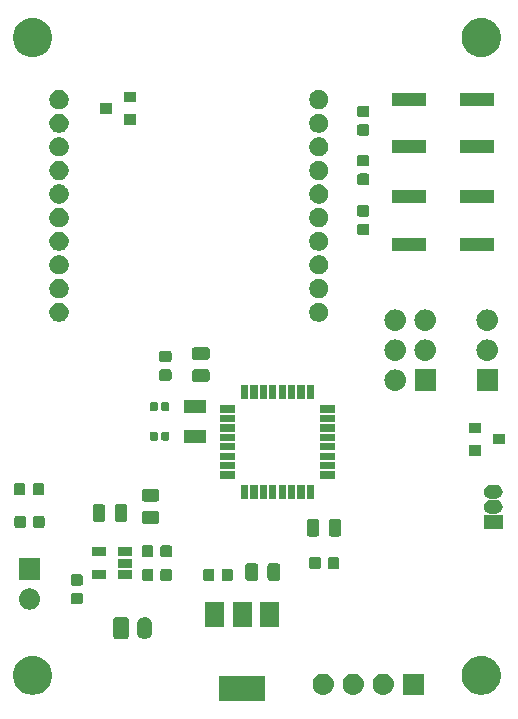
<source format=gts>
G04 #@! TF.GenerationSoftware,KiCad,Pcbnew,(5.0.1-3-g963ef8bb5)*
G04 #@! TF.CreationDate,2018-11-27T14:45:56+00:00*
G04 #@! TF.ProjectId,xbee-sensor,786265652D73656E736F722E6B696361,rev?*
G04 #@! TF.SameCoordinates,Original*
G04 #@! TF.FileFunction,Soldermask,Top*
G04 #@! TF.FilePolarity,Negative*
%FSLAX46Y46*%
G04 Gerber Fmt 4.6, Leading zero omitted, Abs format (unit mm)*
G04 Created by KiCad (PCBNEW (5.0.1-3-g963ef8bb5)) date Tuesday, 27 November 2018 at 14:45:56*
%MOMM*%
%LPD*%
G01*
G04 APERTURE LIST*
%ADD10C,0.100000*%
G04 APERTURE END LIST*
D10*
G36*
X131201000Y-154701000D02*
X127299000Y-154701000D01*
X127299000Y-152599000D01*
X131201000Y-152599000D01*
X131201000Y-154701000D01*
X131201000Y-154701000D01*
G37*
G36*
X144651000Y-154151000D02*
X142849000Y-154151000D01*
X142849000Y-152349000D01*
X144651000Y-152349000D01*
X144651000Y-154151000D01*
X144651000Y-154151000D01*
G37*
G36*
X141386627Y-152362037D02*
X141556466Y-152413557D01*
X141712988Y-152497220D01*
X141712989Y-152497221D01*
X141712991Y-152497222D01*
X141850185Y-152609815D01*
X141962778Y-152747009D01*
X142046443Y-152903534D01*
X142097963Y-153073373D01*
X142115359Y-153250000D01*
X142097963Y-153426627D01*
X142046443Y-153596466D01*
X141962778Y-153752991D01*
X141850185Y-153890185D01*
X141712991Y-154002778D01*
X141712989Y-154002779D01*
X141712988Y-154002780D01*
X141556466Y-154086443D01*
X141386627Y-154137963D01*
X141254260Y-154151000D01*
X141165740Y-154151000D01*
X141033373Y-154137963D01*
X140863534Y-154086443D01*
X140707012Y-154002780D01*
X140707011Y-154002779D01*
X140707009Y-154002778D01*
X140569815Y-153890185D01*
X140457222Y-153752991D01*
X140373557Y-153596466D01*
X140322037Y-153426627D01*
X140304641Y-153250000D01*
X140322037Y-153073373D01*
X140373557Y-152903534D01*
X140457222Y-152747009D01*
X140569815Y-152609815D01*
X140707009Y-152497222D01*
X140707011Y-152497221D01*
X140707012Y-152497220D01*
X140863534Y-152413557D01*
X141033373Y-152362037D01*
X141165740Y-152349000D01*
X141254260Y-152349000D01*
X141386627Y-152362037D01*
X141386627Y-152362037D01*
G37*
G36*
X138846627Y-152362037D02*
X139016466Y-152413557D01*
X139172988Y-152497220D01*
X139172989Y-152497221D01*
X139172991Y-152497222D01*
X139310185Y-152609815D01*
X139422778Y-152747009D01*
X139506443Y-152903534D01*
X139557963Y-153073373D01*
X139575359Y-153250000D01*
X139557963Y-153426627D01*
X139506443Y-153596466D01*
X139422778Y-153752991D01*
X139310185Y-153890185D01*
X139172991Y-154002778D01*
X139172989Y-154002779D01*
X139172988Y-154002780D01*
X139016466Y-154086443D01*
X138846627Y-154137963D01*
X138714260Y-154151000D01*
X138625740Y-154151000D01*
X138493373Y-154137963D01*
X138323534Y-154086443D01*
X138167012Y-154002780D01*
X138167011Y-154002779D01*
X138167009Y-154002778D01*
X138029815Y-153890185D01*
X137917222Y-153752991D01*
X137833557Y-153596466D01*
X137782037Y-153426627D01*
X137764641Y-153250000D01*
X137782037Y-153073373D01*
X137833557Y-152903534D01*
X137917222Y-152747009D01*
X138029815Y-152609815D01*
X138167009Y-152497222D01*
X138167011Y-152497221D01*
X138167012Y-152497220D01*
X138323534Y-152413557D01*
X138493373Y-152362037D01*
X138625740Y-152349000D01*
X138714260Y-152349000D01*
X138846627Y-152362037D01*
X138846627Y-152362037D01*
G37*
G36*
X136306627Y-152362037D02*
X136476466Y-152413557D01*
X136632988Y-152497220D01*
X136632989Y-152497221D01*
X136632991Y-152497222D01*
X136770185Y-152609815D01*
X136882778Y-152747009D01*
X136966443Y-152903534D01*
X137017963Y-153073373D01*
X137035359Y-153250000D01*
X137017963Y-153426627D01*
X136966443Y-153596466D01*
X136882778Y-153752991D01*
X136770185Y-153890185D01*
X136632991Y-154002778D01*
X136632989Y-154002779D01*
X136632988Y-154002780D01*
X136476466Y-154086443D01*
X136306627Y-154137963D01*
X136174260Y-154151000D01*
X136085740Y-154151000D01*
X135953373Y-154137963D01*
X135783534Y-154086443D01*
X135627012Y-154002780D01*
X135627011Y-154002779D01*
X135627009Y-154002778D01*
X135489815Y-153890185D01*
X135377222Y-153752991D01*
X135293557Y-153596466D01*
X135242037Y-153426627D01*
X135224641Y-153250000D01*
X135242037Y-153073373D01*
X135293557Y-152903534D01*
X135377222Y-152747009D01*
X135489815Y-152609815D01*
X135627009Y-152497222D01*
X135627011Y-152497221D01*
X135627012Y-152497220D01*
X135783534Y-152413557D01*
X135953373Y-152362037D01*
X136085740Y-152349000D01*
X136174260Y-152349000D01*
X136306627Y-152362037D01*
X136306627Y-152362037D01*
G37*
G36*
X111822094Y-150880723D02*
X111981579Y-150912447D01*
X112282042Y-151036903D01*
X112498077Y-151181253D01*
X112552453Y-151217586D01*
X112782414Y-151447547D01*
X112782415Y-151447549D01*
X112963097Y-151717958D01*
X113087553Y-152018421D01*
X113151000Y-152337391D01*
X113151000Y-152662609D01*
X113087553Y-152981579D01*
X112963097Y-153282042D01*
X112866488Y-153426627D01*
X112782414Y-153552453D01*
X112552453Y-153782414D01*
X112498077Y-153818747D01*
X112282042Y-153963097D01*
X111981579Y-154087553D01*
X111822094Y-154119276D01*
X111662610Y-154151000D01*
X111337390Y-154151000D01*
X111177906Y-154119276D01*
X111018421Y-154087553D01*
X110717958Y-153963097D01*
X110501923Y-153818747D01*
X110447547Y-153782414D01*
X110217586Y-153552453D01*
X110133512Y-153426627D01*
X110036903Y-153282042D01*
X109912447Y-152981579D01*
X109849000Y-152662609D01*
X109849000Y-152337391D01*
X109912447Y-152018421D01*
X110036903Y-151717958D01*
X110217585Y-151447549D01*
X110217586Y-151447547D01*
X110447547Y-151217586D01*
X110501923Y-151181253D01*
X110717958Y-151036903D01*
X111018421Y-150912447D01*
X111177906Y-150880723D01*
X111337390Y-150849000D01*
X111662610Y-150849000D01*
X111822094Y-150880723D01*
X111822094Y-150880723D01*
G37*
G36*
X149822094Y-150880723D02*
X149981579Y-150912447D01*
X150282042Y-151036903D01*
X150498077Y-151181253D01*
X150552453Y-151217586D01*
X150782414Y-151447547D01*
X150782415Y-151447549D01*
X150963097Y-151717958D01*
X151087553Y-152018421D01*
X151151000Y-152337391D01*
X151151000Y-152662609D01*
X151087553Y-152981579D01*
X150963097Y-153282042D01*
X150866488Y-153426627D01*
X150782414Y-153552453D01*
X150552453Y-153782414D01*
X150498077Y-153818747D01*
X150282042Y-153963097D01*
X149981579Y-154087553D01*
X149822094Y-154119276D01*
X149662610Y-154151000D01*
X149337390Y-154151000D01*
X149177906Y-154119276D01*
X149018421Y-154087553D01*
X148717958Y-153963097D01*
X148501923Y-153818747D01*
X148447547Y-153782414D01*
X148217586Y-153552453D01*
X148133512Y-153426627D01*
X148036903Y-153282042D01*
X147912447Y-152981579D01*
X147849000Y-152662609D01*
X147849000Y-152337391D01*
X147912447Y-152018421D01*
X148036903Y-151717958D01*
X148217585Y-151447549D01*
X148217586Y-151447547D01*
X148447547Y-151217586D01*
X148501923Y-151181253D01*
X148717958Y-151036903D01*
X149018421Y-150912447D01*
X149177906Y-150880723D01*
X149337390Y-150849000D01*
X149662610Y-150849000D01*
X149822094Y-150880723D01*
X149822094Y-150880723D01*
G37*
G36*
X121127617Y-147583420D02*
X121250331Y-147620645D01*
X121363423Y-147681093D01*
X121412989Y-147721771D01*
X121462551Y-147762445D01*
X121462555Y-147762449D01*
X121543905Y-147861573D01*
X121604355Y-147974668D01*
X121641580Y-148097382D01*
X121651000Y-148193025D01*
X121651000Y-148806975D01*
X121641580Y-148902618D01*
X121604355Y-149025332D01*
X121543907Y-149138424D01*
X121462553Y-149237553D01*
X121363424Y-149318907D01*
X121250332Y-149379355D01*
X121127618Y-149416580D01*
X121000000Y-149429149D01*
X120872383Y-149416580D01*
X120749669Y-149379355D01*
X120636577Y-149318907D01*
X120537445Y-149237551D01*
X120456095Y-149138427D01*
X120395645Y-149025332D01*
X120358420Y-148902618D01*
X120349000Y-148806975D01*
X120349000Y-148193026D01*
X120358420Y-148097383D01*
X120395645Y-147974669D01*
X120456093Y-147861577D01*
X120532150Y-147768902D01*
X120537447Y-147762447D01*
X120584862Y-147723534D01*
X120636573Y-147681095D01*
X120749668Y-147620645D01*
X120872382Y-147583420D01*
X121000000Y-147570851D01*
X121127617Y-147583420D01*
X121127617Y-147583420D01*
G37*
G36*
X119456098Y-147578888D02*
X119501466Y-147592650D01*
X119543274Y-147614998D01*
X119579924Y-147645076D01*
X119610002Y-147681726D01*
X119632350Y-147723534D01*
X119646112Y-147768902D01*
X119651000Y-147818536D01*
X119651000Y-149181464D01*
X119646112Y-149231098D01*
X119632350Y-149276466D01*
X119610002Y-149318274D01*
X119579924Y-149354924D01*
X119543274Y-149385002D01*
X119501466Y-149407350D01*
X119456098Y-149421112D01*
X119406464Y-149426000D01*
X118593536Y-149426000D01*
X118543902Y-149421112D01*
X118498534Y-149407350D01*
X118456726Y-149385002D01*
X118420076Y-149354924D01*
X118389998Y-149318274D01*
X118367650Y-149276466D01*
X118353888Y-149231098D01*
X118349000Y-149181464D01*
X118349000Y-147818536D01*
X118353888Y-147768902D01*
X118367650Y-147723534D01*
X118389998Y-147681726D01*
X118420076Y-147645076D01*
X118456726Y-147614998D01*
X118498534Y-147592650D01*
X118543902Y-147578888D01*
X118593536Y-147574000D01*
X119406464Y-147574000D01*
X119456098Y-147578888D01*
X119456098Y-147578888D01*
G37*
G36*
X132351000Y-148401000D02*
X130749000Y-148401000D01*
X130749000Y-146299000D01*
X132351000Y-146299000D01*
X132351000Y-148401000D01*
X132351000Y-148401000D01*
G37*
G36*
X127751000Y-148401000D02*
X126149000Y-148401000D01*
X126149000Y-146299000D01*
X127751000Y-146299000D01*
X127751000Y-148401000D01*
X127751000Y-148401000D01*
G37*
G36*
X130051000Y-148401000D02*
X128449000Y-148401000D01*
X128449000Y-146299000D01*
X130051000Y-146299000D01*
X130051000Y-148401000D01*
X130051000Y-148401000D01*
G37*
G36*
X111426627Y-145152037D02*
X111596466Y-145203557D01*
X111752988Y-145287220D01*
X111752989Y-145287221D01*
X111752991Y-145287222D01*
X111890185Y-145399815D01*
X111995722Y-145528411D01*
X112002780Y-145537012D01*
X112086443Y-145693534D01*
X112137963Y-145863373D01*
X112155359Y-146040000D01*
X112137963Y-146216627D01*
X112086443Y-146386466D01*
X112031905Y-146488500D01*
X112002778Y-146542991D01*
X111890185Y-146680185D01*
X111752991Y-146792778D01*
X111752989Y-146792779D01*
X111752988Y-146792780D01*
X111596466Y-146876443D01*
X111426627Y-146927963D01*
X111294260Y-146941000D01*
X111205740Y-146941000D01*
X111073373Y-146927963D01*
X110903534Y-146876443D01*
X110747012Y-146792780D01*
X110747011Y-146792779D01*
X110747009Y-146792778D01*
X110609815Y-146680185D01*
X110497222Y-146542991D01*
X110468096Y-146488500D01*
X110413557Y-146386466D01*
X110362037Y-146216627D01*
X110344641Y-146040000D01*
X110362037Y-145863373D01*
X110413557Y-145693534D01*
X110497220Y-145537012D01*
X110504279Y-145528411D01*
X110609815Y-145399815D01*
X110747009Y-145287222D01*
X110747011Y-145287221D01*
X110747012Y-145287220D01*
X110903534Y-145203557D01*
X111073373Y-145152037D01*
X111205740Y-145139000D01*
X111294260Y-145139000D01*
X111426627Y-145152037D01*
X111426627Y-145152037D01*
G37*
G36*
X115599477Y-145515950D02*
X115640557Y-145528411D01*
X115678426Y-145548653D01*
X115711613Y-145575887D01*
X115738847Y-145609074D01*
X115759089Y-145646943D01*
X115771550Y-145688023D01*
X115776000Y-145733204D01*
X115776000Y-146266796D01*
X115771550Y-146311977D01*
X115759089Y-146353057D01*
X115738847Y-146390926D01*
X115711613Y-146424113D01*
X115678426Y-146451347D01*
X115640557Y-146471589D01*
X115599477Y-146484050D01*
X115554296Y-146488500D01*
X114945704Y-146488500D01*
X114900523Y-146484050D01*
X114859443Y-146471589D01*
X114821574Y-146451347D01*
X114788387Y-146424113D01*
X114761153Y-146390926D01*
X114740911Y-146353057D01*
X114728450Y-146311977D01*
X114724000Y-146266796D01*
X114724000Y-145733204D01*
X114728450Y-145688023D01*
X114740911Y-145646943D01*
X114761153Y-145609074D01*
X114788387Y-145575887D01*
X114821574Y-145548653D01*
X114859443Y-145528411D01*
X114900523Y-145515950D01*
X114945704Y-145511500D01*
X115554296Y-145511500D01*
X115599477Y-145515950D01*
X115599477Y-145515950D01*
G37*
G36*
X115599477Y-143940950D02*
X115640557Y-143953411D01*
X115678426Y-143973653D01*
X115711613Y-144000887D01*
X115738847Y-144034074D01*
X115759089Y-144071943D01*
X115771550Y-144113023D01*
X115776000Y-144158204D01*
X115776000Y-144691796D01*
X115771550Y-144736977D01*
X115759089Y-144778057D01*
X115738847Y-144815926D01*
X115711613Y-144849113D01*
X115678426Y-144876347D01*
X115640557Y-144896589D01*
X115599477Y-144909050D01*
X115554296Y-144913500D01*
X114945704Y-144913500D01*
X114900523Y-144909050D01*
X114859443Y-144896589D01*
X114821574Y-144876347D01*
X114788387Y-144849113D01*
X114761153Y-144815926D01*
X114740911Y-144778057D01*
X114728450Y-144736977D01*
X114724000Y-144691796D01*
X114724000Y-144158204D01*
X114728450Y-144113023D01*
X114740911Y-144071943D01*
X114761153Y-144034074D01*
X114788387Y-144000887D01*
X114821574Y-143973653D01*
X114859443Y-143953411D01*
X114900523Y-143940950D01*
X114945704Y-143936500D01*
X115554296Y-143936500D01*
X115599477Y-143940950D01*
X115599477Y-143940950D01*
G37*
G36*
X126736977Y-143478450D02*
X126778057Y-143490911D01*
X126815926Y-143511153D01*
X126849113Y-143538387D01*
X126876347Y-143571574D01*
X126896589Y-143609443D01*
X126909050Y-143650523D01*
X126913500Y-143695704D01*
X126913500Y-144304296D01*
X126909050Y-144349477D01*
X126896589Y-144390557D01*
X126876347Y-144428426D01*
X126849113Y-144461613D01*
X126815926Y-144488847D01*
X126778057Y-144509089D01*
X126736977Y-144521550D01*
X126691796Y-144526000D01*
X126158204Y-144526000D01*
X126113023Y-144521550D01*
X126071943Y-144509089D01*
X126034074Y-144488847D01*
X126000887Y-144461613D01*
X125973653Y-144428426D01*
X125953411Y-144390557D01*
X125940950Y-144349477D01*
X125936500Y-144304296D01*
X125936500Y-143695704D01*
X125940950Y-143650523D01*
X125953411Y-143609443D01*
X125973653Y-143571574D01*
X126000887Y-143538387D01*
X126034074Y-143511153D01*
X126071943Y-143490911D01*
X126113023Y-143478450D01*
X126158204Y-143474000D01*
X126691796Y-143474000D01*
X126736977Y-143478450D01*
X126736977Y-143478450D01*
G37*
G36*
X128311977Y-143478450D02*
X128353057Y-143490911D01*
X128390926Y-143511153D01*
X128424113Y-143538387D01*
X128451347Y-143571574D01*
X128471589Y-143609443D01*
X128484050Y-143650523D01*
X128488500Y-143695704D01*
X128488500Y-144304296D01*
X128484050Y-144349477D01*
X128471589Y-144390557D01*
X128451347Y-144428426D01*
X128424113Y-144461613D01*
X128390926Y-144488847D01*
X128353057Y-144509089D01*
X128311977Y-144521550D01*
X128266796Y-144526000D01*
X127733204Y-144526000D01*
X127688023Y-144521550D01*
X127646943Y-144509089D01*
X127609074Y-144488847D01*
X127575887Y-144461613D01*
X127548653Y-144428426D01*
X127528411Y-144390557D01*
X127515950Y-144349477D01*
X127511500Y-144304296D01*
X127511500Y-143695704D01*
X127515950Y-143650523D01*
X127528411Y-143609443D01*
X127548653Y-143571574D01*
X127575887Y-143538387D01*
X127609074Y-143511153D01*
X127646943Y-143490911D01*
X127688023Y-143478450D01*
X127733204Y-143474000D01*
X128266796Y-143474000D01*
X128311977Y-143478450D01*
X128311977Y-143478450D01*
G37*
G36*
X123136977Y-143478450D02*
X123178057Y-143490911D01*
X123215926Y-143511153D01*
X123249113Y-143538387D01*
X123276347Y-143571574D01*
X123296589Y-143609443D01*
X123309050Y-143650523D01*
X123313500Y-143695704D01*
X123313500Y-144304296D01*
X123309050Y-144349477D01*
X123296589Y-144390557D01*
X123276347Y-144428426D01*
X123249113Y-144461613D01*
X123215926Y-144488847D01*
X123178057Y-144509089D01*
X123136977Y-144521550D01*
X123091796Y-144526000D01*
X122558204Y-144526000D01*
X122513023Y-144521550D01*
X122471943Y-144509089D01*
X122434074Y-144488847D01*
X122400887Y-144461613D01*
X122373653Y-144428426D01*
X122353411Y-144390557D01*
X122340950Y-144349477D01*
X122336500Y-144304296D01*
X122336500Y-143695704D01*
X122340950Y-143650523D01*
X122353411Y-143609443D01*
X122373653Y-143571574D01*
X122400887Y-143538387D01*
X122434074Y-143511153D01*
X122471943Y-143490911D01*
X122513023Y-143478450D01*
X122558204Y-143474000D01*
X123091796Y-143474000D01*
X123136977Y-143478450D01*
X123136977Y-143478450D01*
G37*
G36*
X121561977Y-143478450D02*
X121603057Y-143490911D01*
X121640926Y-143511153D01*
X121674113Y-143538387D01*
X121701347Y-143571574D01*
X121721589Y-143609443D01*
X121734050Y-143650523D01*
X121738500Y-143695704D01*
X121738500Y-144304296D01*
X121734050Y-144349477D01*
X121721589Y-144390557D01*
X121701347Y-144428426D01*
X121674113Y-144461613D01*
X121640926Y-144488847D01*
X121603057Y-144509089D01*
X121561977Y-144521550D01*
X121516796Y-144526000D01*
X120983204Y-144526000D01*
X120938023Y-144521550D01*
X120896943Y-144509089D01*
X120859074Y-144488847D01*
X120825887Y-144461613D01*
X120798653Y-144428426D01*
X120778411Y-144390557D01*
X120765950Y-144349477D01*
X120761500Y-144304296D01*
X120761500Y-143695704D01*
X120765950Y-143650523D01*
X120778411Y-143609443D01*
X120798653Y-143571574D01*
X120825887Y-143538387D01*
X120859074Y-143511153D01*
X120896943Y-143490911D01*
X120938023Y-143478450D01*
X120983204Y-143474000D01*
X121516796Y-143474000D01*
X121561977Y-143478450D01*
X121561977Y-143478450D01*
G37*
G36*
X132279353Y-143003930D02*
X132325128Y-143017815D01*
X132367315Y-143040365D01*
X132404290Y-143070710D01*
X132434635Y-143107685D01*
X132457185Y-143149872D01*
X132471070Y-143195647D01*
X132476000Y-143245704D01*
X132476000Y-144254296D01*
X132471070Y-144304353D01*
X132457185Y-144350128D01*
X132434635Y-144392315D01*
X132404290Y-144429290D01*
X132367315Y-144459635D01*
X132325128Y-144482185D01*
X132279353Y-144496070D01*
X132229296Y-144501000D01*
X131645704Y-144501000D01*
X131595647Y-144496070D01*
X131549872Y-144482185D01*
X131507685Y-144459635D01*
X131470710Y-144429290D01*
X131440365Y-144392315D01*
X131417815Y-144350128D01*
X131403930Y-144304353D01*
X131399000Y-144254296D01*
X131399000Y-143245704D01*
X131403930Y-143195647D01*
X131417815Y-143149872D01*
X131440365Y-143107685D01*
X131470710Y-143070710D01*
X131507685Y-143040365D01*
X131549872Y-143017815D01*
X131595647Y-143003930D01*
X131645704Y-142999000D01*
X132229296Y-142999000D01*
X132279353Y-143003930D01*
X132279353Y-143003930D01*
G37*
G36*
X130404353Y-143003930D02*
X130450128Y-143017815D01*
X130492315Y-143040365D01*
X130529290Y-143070710D01*
X130559635Y-143107685D01*
X130582185Y-143149872D01*
X130596070Y-143195647D01*
X130601000Y-143245704D01*
X130601000Y-144254296D01*
X130596070Y-144304353D01*
X130582185Y-144350128D01*
X130559635Y-144392315D01*
X130529290Y-144429290D01*
X130492315Y-144459635D01*
X130450128Y-144482185D01*
X130404353Y-144496070D01*
X130354296Y-144501000D01*
X129770704Y-144501000D01*
X129720647Y-144496070D01*
X129674872Y-144482185D01*
X129632685Y-144459635D01*
X129595710Y-144429290D01*
X129565365Y-144392315D01*
X129542815Y-144350128D01*
X129528930Y-144304353D01*
X129524000Y-144254296D01*
X129524000Y-143245704D01*
X129528930Y-143195647D01*
X129542815Y-143149872D01*
X129565365Y-143107685D01*
X129595710Y-143070710D01*
X129632685Y-143040365D01*
X129674872Y-143017815D01*
X129720647Y-143003930D01*
X129770704Y-142999000D01*
X130354296Y-142999000D01*
X130404353Y-143003930D01*
X130404353Y-143003930D01*
G37*
G36*
X112151000Y-144401000D02*
X110349000Y-144401000D01*
X110349000Y-142599000D01*
X112151000Y-142599000D01*
X112151000Y-144401000D01*
X112151000Y-144401000D01*
G37*
G36*
X117731000Y-144326000D02*
X116569000Y-144326000D01*
X116569000Y-143574000D01*
X117731000Y-143574000D01*
X117731000Y-144326000D01*
X117731000Y-144326000D01*
G37*
G36*
X119931000Y-144326000D02*
X118769000Y-144326000D01*
X118769000Y-143574000D01*
X119931000Y-143574000D01*
X119931000Y-144326000D01*
X119931000Y-144326000D01*
G37*
G36*
X137311977Y-142478450D02*
X137353057Y-142490911D01*
X137390926Y-142511153D01*
X137424113Y-142538387D01*
X137451347Y-142571574D01*
X137471589Y-142609443D01*
X137484050Y-142650523D01*
X137488500Y-142695704D01*
X137488500Y-143304296D01*
X137484050Y-143349477D01*
X137471589Y-143390557D01*
X137451347Y-143428426D01*
X137424113Y-143461613D01*
X137390926Y-143488847D01*
X137353057Y-143509089D01*
X137311977Y-143521550D01*
X137266796Y-143526000D01*
X136733204Y-143526000D01*
X136688023Y-143521550D01*
X136646943Y-143509089D01*
X136609074Y-143488847D01*
X136575887Y-143461613D01*
X136548653Y-143428426D01*
X136528411Y-143390557D01*
X136515950Y-143349477D01*
X136511500Y-143304296D01*
X136511500Y-142695704D01*
X136515950Y-142650523D01*
X136528411Y-142609443D01*
X136548653Y-142571574D01*
X136575887Y-142538387D01*
X136609074Y-142511153D01*
X136646943Y-142490911D01*
X136688023Y-142478450D01*
X136733204Y-142474000D01*
X137266796Y-142474000D01*
X137311977Y-142478450D01*
X137311977Y-142478450D01*
G37*
G36*
X135736977Y-142478450D02*
X135778057Y-142490911D01*
X135815926Y-142511153D01*
X135849113Y-142538387D01*
X135876347Y-142571574D01*
X135896589Y-142609443D01*
X135909050Y-142650523D01*
X135913500Y-142695704D01*
X135913500Y-143304296D01*
X135909050Y-143349477D01*
X135896589Y-143390557D01*
X135876347Y-143428426D01*
X135849113Y-143461613D01*
X135815926Y-143488847D01*
X135778057Y-143509089D01*
X135736977Y-143521550D01*
X135691796Y-143526000D01*
X135158204Y-143526000D01*
X135113023Y-143521550D01*
X135071943Y-143509089D01*
X135034074Y-143488847D01*
X135000887Y-143461613D01*
X134973653Y-143428426D01*
X134953411Y-143390557D01*
X134940950Y-143349477D01*
X134936500Y-143304296D01*
X134936500Y-142695704D01*
X134940950Y-142650523D01*
X134953411Y-142609443D01*
X134973653Y-142571574D01*
X135000887Y-142538387D01*
X135034074Y-142511153D01*
X135071943Y-142490911D01*
X135113023Y-142478450D01*
X135158204Y-142474000D01*
X135691796Y-142474000D01*
X135736977Y-142478450D01*
X135736977Y-142478450D01*
G37*
G36*
X119931000Y-143376000D02*
X118769000Y-143376000D01*
X118769000Y-142624000D01*
X119931000Y-142624000D01*
X119931000Y-143376000D01*
X119931000Y-143376000D01*
G37*
G36*
X123136977Y-141478450D02*
X123178057Y-141490911D01*
X123215926Y-141511153D01*
X123249113Y-141538387D01*
X123276347Y-141571574D01*
X123296589Y-141609443D01*
X123309050Y-141650523D01*
X123313500Y-141695704D01*
X123313500Y-142304296D01*
X123309050Y-142349477D01*
X123296589Y-142390557D01*
X123276347Y-142428426D01*
X123249113Y-142461613D01*
X123215926Y-142488847D01*
X123178057Y-142509089D01*
X123136977Y-142521550D01*
X123091796Y-142526000D01*
X122558204Y-142526000D01*
X122513023Y-142521550D01*
X122471943Y-142509089D01*
X122434074Y-142488847D01*
X122400887Y-142461613D01*
X122373653Y-142428426D01*
X122353411Y-142390557D01*
X122340950Y-142349477D01*
X122336500Y-142304296D01*
X122336500Y-141695704D01*
X122340950Y-141650523D01*
X122353411Y-141609443D01*
X122373653Y-141571574D01*
X122400887Y-141538387D01*
X122434074Y-141511153D01*
X122471943Y-141490911D01*
X122513023Y-141478450D01*
X122558204Y-141474000D01*
X123091796Y-141474000D01*
X123136977Y-141478450D01*
X123136977Y-141478450D01*
G37*
G36*
X121561977Y-141478450D02*
X121603057Y-141490911D01*
X121640926Y-141511153D01*
X121674113Y-141538387D01*
X121701347Y-141571574D01*
X121721589Y-141609443D01*
X121734050Y-141650523D01*
X121738500Y-141695704D01*
X121738500Y-142304296D01*
X121734050Y-142349477D01*
X121721589Y-142390557D01*
X121701347Y-142428426D01*
X121674113Y-142461613D01*
X121640926Y-142488847D01*
X121603057Y-142509089D01*
X121561977Y-142521550D01*
X121516796Y-142526000D01*
X120983204Y-142526000D01*
X120938023Y-142521550D01*
X120896943Y-142509089D01*
X120859074Y-142488847D01*
X120825887Y-142461613D01*
X120798653Y-142428426D01*
X120778411Y-142390557D01*
X120765950Y-142349477D01*
X120761500Y-142304296D01*
X120761500Y-141695704D01*
X120765950Y-141650523D01*
X120778411Y-141609443D01*
X120798653Y-141571574D01*
X120825887Y-141538387D01*
X120859074Y-141511153D01*
X120896943Y-141490911D01*
X120938023Y-141478450D01*
X120983204Y-141474000D01*
X121516796Y-141474000D01*
X121561977Y-141478450D01*
X121561977Y-141478450D01*
G37*
G36*
X119931000Y-142426000D02*
X118769000Y-142426000D01*
X118769000Y-141674000D01*
X119931000Y-141674000D01*
X119931000Y-142426000D01*
X119931000Y-142426000D01*
G37*
G36*
X117731000Y-142426000D02*
X116569000Y-142426000D01*
X116569000Y-141674000D01*
X117731000Y-141674000D01*
X117731000Y-142426000D01*
X117731000Y-142426000D01*
G37*
G36*
X137466853Y-139253930D02*
X137512628Y-139267815D01*
X137554815Y-139290365D01*
X137591790Y-139320710D01*
X137622135Y-139357685D01*
X137644685Y-139399872D01*
X137658570Y-139445647D01*
X137663500Y-139495704D01*
X137663500Y-140504296D01*
X137658570Y-140554353D01*
X137644685Y-140600128D01*
X137622135Y-140642315D01*
X137591790Y-140679290D01*
X137554815Y-140709635D01*
X137512628Y-140732185D01*
X137466853Y-140746070D01*
X137416796Y-140751000D01*
X136833204Y-140751000D01*
X136783147Y-140746070D01*
X136737372Y-140732185D01*
X136695185Y-140709635D01*
X136658210Y-140679290D01*
X136627865Y-140642315D01*
X136605315Y-140600128D01*
X136591430Y-140554353D01*
X136586500Y-140504296D01*
X136586500Y-139495704D01*
X136591430Y-139445647D01*
X136605315Y-139399872D01*
X136627865Y-139357685D01*
X136658210Y-139320710D01*
X136695185Y-139290365D01*
X136737372Y-139267815D01*
X136783147Y-139253930D01*
X136833204Y-139249000D01*
X137416796Y-139249000D01*
X137466853Y-139253930D01*
X137466853Y-139253930D01*
G37*
G36*
X135591853Y-139253930D02*
X135637628Y-139267815D01*
X135679815Y-139290365D01*
X135716790Y-139320710D01*
X135747135Y-139357685D01*
X135769685Y-139399872D01*
X135783570Y-139445647D01*
X135788500Y-139495704D01*
X135788500Y-140504296D01*
X135783570Y-140554353D01*
X135769685Y-140600128D01*
X135747135Y-140642315D01*
X135716790Y-140679290D01*
X135679815Y-140709635D01*
X135637628Y-140732185D01*
X135591853Y-140746070D01*
X135541796Y-140751000D01*
X134958204Y-140751000D01*
X134908147Y-140746070D01*
X134862372Y-140732185D01*
X134820185Y-140709635D01*
X134783210Y-140679290D01*
X134752865Y-140642315D01*
X134730315Y-140600128D01*
X134716430Y-140554353D01*
X134711500Y-140504296D01*
X134711500Y-139495704D01*
X134716430Y-139445647D01*
X134730315Y-139399872D01*
X134752865Y-139357685D01*
X134783210Y-139320710D01*
X134820185Y-139290365D01*
X134862372Y-139267815D01*
X134908147Y-139253930D01*
X134958204Y-139249000D01*
X135541796Y-139249000D01*
X135591853Y-139253930D01*
X135591853Y-139253930D01*
G37*
G36*
X151301000Y-140076000D02*
X149699000Y-140076000D01*
X149699000Y-138924000D01*
X151301000Y-138924000D01*
X151301000Y-140076000D01*
X151301000Y-140076000D01*
G37*
G36*
X110774477Y-138978450D02*
X110815557Y-138990911D01*
X110853426Y-139011153D01*
X110886613Y-139038387D01*
X110913847Y-139071574D01*
X110934089Y-139109443D01*
X110946550Y-139150523D01*
X110951000Y-139195704D01*
X110951000Y-139804296D01*
X110946550Y-139849477D01*
X110934089Y-139890557D01*
X110913847Y-139928426D01*
X110886613Y-139961613D01*
X110853426Y-139988847D01*
X110815557Y-140009089D01*
X110774477Y-140021550D01*
X110729296Y-140026000D01*
X110195704Y-140026000D01*
X110150523Y-140021550D01*
X110109443Y-140009089D01*
X110071574Y-139988847D01*
X110038387Y-139961613D01*
X110011153Y-139928426D01*
X109990911Y-139890557D01*
X109978450Y-139849477D01*
X109974000Y-139804296D01*
X109974000Y-139195704D01*
X109978450Y-139150523D01*
X109990911Y-139109443D01*
X110011153Y-139071574D01*
X110038387Y-139038387D01*
X110071574Y-139011153D01*
X110109443Y-138990911D01*
X110150523Y-138978450D01*
X110195704Y-138974000D01*
X110729296Y-138974000D01*
X110774477Y-138978450D01*
X110774477Y-138978450D01*
G37*
G36*
X112349477Y-138978450D02*
X112390557Y-138990911D01*
X112428426Y-139011153D01*
X112461613Y-139038387D01*
X112488847Y-139071574D01*
X112509089Y-139109443D01*
X112521550Y-139150523D01*
X112526000Y-139195704D01*
X112526000Y-139804296D01*
X112521550Y-139849477D01*
X112509089Y-139890557D01*
X112488847Y-139928426D01*
X112461613Y-139961613D01*
X112428426Y-139988847D01*
X112390557Y-140009089D01*
X112349477Y-140021550D01*
X112304296Y-140026000D01*
X111770704Y-140026000D01*
X111725523Y-140021550D01*
X111684443Y-140009089D01*
X111646574Y-139988847D01*
X111613387Y-139961613D01*
X111586153Y-139928426D01*
X111565911Y-139890557D01*
X111553450Y-139849477D01*
X111549000Y-139804296D01*
X111549000Y-139195704D01*
X111553450Y-139150523D01*
X111565911Y-139109443D01*
X111586153Y-139071574D01*
X111613387Y-139038387D01*
X111646574Y-139011153D01*
X111684443Y-138990911D01*
X111725523Y-138978450D01*
X111770704Y-138974000D01*
X112304296Y-138974000D01*
X112349477Y-138978450D01*
X112349477Y-138978450D01*
G37*
G36*
X122054353Y-138591430D02*
X122100128Y-138605315D01*
X122142315Y-138627865D01*
X122179290Y-138658210D01*
X122209635Y-138695185D01*
X122232185Y-138737372D01*
X122246070Y-138783147D01*
X122251000Y-138833204D01*
X122251000Y-139416796D01*
X122246070Y-139466853D01*
X122232185Y-139512628D01*
X122209635Y-139554815D01*
X122179290Y-139591790D01*
X122142315Y-139622135D01*
X122100128Y-139644685D01*
X122054353Y-139658570D01*
X122004296Y-139663500D01*
X120995704Y-139663500D01*
X120945647Y-139658570D01*
X120899872Y-139644685D01*
X120857685Y-139622135D01*
X120820710Y-139591790D01*
X120790365Y-139554815D01*
X120767815Y-139512628D01*
X120753930Y-139466853D01*
X120749000Y-139416796D01*
X120749000Y-138833204D01*
X120753930Y-138783147D01*
X120767815Y-138737372D01*
X120790365Y-138695185D01*
X120820710Y-138658210D01*
X120857685Y-138627865D01*
X120899872Y-138605315D01*
X120945647Y-138591430D01*
X120995704Y-138586500D01*
X122004296Y-138586500D01*
X122054353Y-138591430D01*
X122054353Y-138591430D01*
G37*
G36*
X119341853Y-138003930D02*
X119387628Y-138017815D01*
X119429815Y-138040365D01*
X119466790Y-138070710D01*
X119497135Y-138107685D01*
X119519685Y-138149872D01*
X119533570Y-138195647D01*
X119538500Y-138245704D01*
X119538500Y-139254296D01*
X119533570Y-139304353D01*
X119519685Y-139350128D01*
X119497135Y-139392315D01*
X119466790Y-139429290D01*
X119429815Y-139459635D01*
X119387628Y-139482185D01*
X119341853Y-139496070D01*
X119291796Y-139501000D01*
X118708204Y-139501000D01*
X118658147Y-139496070D01*
X118612372Y-139482185D01*
X118570185Y-139459635D01*
X118533210Y-139429290D01*
X118502865Y-139392315D01*
X118480315Y-139350128D01*
X118466430Y-139304353D01*
X118461500Y-139254296D01*
X118461500Y-138245704D01*
X118466430Y-138195647D01*
X118480315Y-138149872D01*
X118502865Y-138107685D01*
X118533210Y-138070710D01*
X118570185Y-138040365D01*
X118612372Y-138017815D01*
X118658147Y-138003930D01*
X118708204Y-137999000D01*
X119291796Y-137999000D01*
X119341853Y-138003930D01*
X119341853Y-138003930D01*
G37*
G36*
X117466853Y-138003930D02*
X117512628Y-138017815D01*
X117554815Y-138040365D01*
X117591790Y-138070710D01*
X117622135Y-138107685D01*
X117644685Y-138149872D01*
X117658570Y-138195647D01*
X117663500Y-138245704D01*
X117663500Y-139254296D01*
X117658570Y-139304353D01*
X117644685Y-139350128D01*
X117622135Y-139392315D01*
X117591790Y-139429290D01*
X117554815Y-139459635D01*
X117512628Y-139482185D01*
X117466853Y-139496070D01*
X117416796Y-139501000D01*
X116833204Y-139501000D01*
X116783147Y-139496070D01*
X116737372Y-139482185D01*
X116695185Y-139459635D01*
X116658210Y-139429290D01*
X116627865Y-139392315D01*
X116605315Y-139350128D01*
X116591430Y-139304353D01*
X116586500Y-139254296D01*
X116586500Y-138245704D01*
X116591430Y-138195647D01*
X116605315Y-138149872D01*
X116627865Y-138107685D01*
X116658210Y-138070710D01*
X116695185Y-138040365D01*
X116737372Y-138017815D01*
X116783147Y-138003930D01*
X116833204Y-137999000D01*
X117416796Y-137999000D01*
X117466853Y-138003930D01*
X117466853Y-138003930D01*
G37*
G36*
X150837916Y-137662334D02*
X150946492Y-137695271D01*
X151046557Y-137748756D01*
X151134264Y-137820736D01*
X151206244Y-137908443D01*
X151259729Y-138008508D01*
X151292666Y-138117084D01*
X151303787Y-138230000D01*
X151292666Y-138342916D01*
X151259729Y-138451492D01*
X151206244Y-138551557D01*
X151134264Y-138639264D01*
X151046557Y-138711244D01*
X150946492Y-138764729D01*
X150837916Y-138797666D01*
X150753298Y-138806000D01*
X150246702Y-138806000D01*
X150162084Y-138797666D01*
X150053508Y-138764729D01*
X149953443Y-138711244D01*
X149865736Y-138639264D01*
X149793756Y-138551557D01*
X149740271Y-138451492D01*
X149707334Y-138342916D01*
X149696213Y-138230000D01*
X149707334Y-138117084D01*
X149740271Y-138008508D01*
X149793756Y-137908443D01*
X149865736Y-137820736D01*
X149953443Y-137748756D01*
X150053508Y-137695271D01*
X150162084Y-137662334D01*
X150246702Y-137654000D01*
X150753298Y-137654000D01*
X150837916Y-137662334D01*
X150837916Y-137662334D01*
G37*
G36*
X122054353Y-136716430D02*
X122100128Y-136730315D01*
X122142315Y-136752865D01*
X122179290Y-136783210D01*
X122209635Y-136820185D01*
X122232185Y-136862372D01*
X122246070Y-136908147D01*
X122251000Y-136958204D01*
X122251000Y-137541796D01*
X122246070Y-137591853D01*
X122232185Y-137637628D01*
X122209635Y-137679815D01*
X122179290Y-137716790D01*
X122142315Y-137747135D01*
X122100128Y-137769685D01*
X122054353Y-137783570D01*
X122004296Y-137788500D01*
X120995704Y-137788500D01*
X120945647Y-137783570D01*
X120899872Y-137769685D01*
X120857685Y-137747135D01*
X120820710Y-137716790D01*
X120790365Y-137679815D01*
X120767815Y-137637628D01*
X120753930Y-137591853D01*
X120749000Y-137541796D01*
X120749000Y-136958204D01*
X120753930Y-136908147D01*
X120767815Y-136862372D01*
X120790365Y-136820185D01*
X120820710Y-136783210D01*
X120857685Y-136752865D01*
X120899872Y-136730315D01*
X120945647Y-136716430D01*
X120995704Y-136711500D01*
X122004296Y-136711500D01*
X122054353Y-136716430D01*
X122054353Y-136716430D01*
G37*
G36*
X135360000Y-137610000D02*
X134740000Y-137610000D01*
X134740000Y-136390000D01*
X135360000Y-136390000D01*
X135360000Y-137610000D01*
X135360000Y-137610000D01*
G37*
G36*
X134560000Y-137610000D02*
X133940000Y-137610000D01*
X133940000Y-136390000D01*
X134560000Y-136390000D01*
X134560000Y-137610000D01*
X134560000Y-137610000D01*
G37*
G36*
X133760000Y-137610000D02*
X133140000Y-137610000D01*
X133140000Y-136390000D01*
X133760000Y-136390000D01*
X133760000Y-137610000D01*
X133760000Y-137610000D01*
G37*
G36*
X132960000Y-137610000D02*
X132340000Y-137610000D01*
X132340000Y-136390000D01*
X132960000Y-136390000D01*
X132960000Y-137610000D01*
X132960000Y-137610000D01*
G37*
G36*
X132160000Y-137610000D02*
X131540000Y-137610000D01*
X131540000Y-136390000D01*
X132160000Y-136390000D01*
X132160000Y-137610000D01*
X132160000Y-137610000D01*
G37*
G36*
X131360000Y-137610000D02*
X130740000Y-137610000D01*
X130740000Y-136390000D01*
X131360000Y-136390000D01*
X131360000Y-137610000D01*
X131360000Y-137610000D01*
G37*
G36*
X130560000Y-137610000D02*
X129940000Y-137610000D01*
X129940000Y-136390000D01*
X130560000Y-136390000D01*
X130560000Y-137610000D01*
X130560000Y-137610000D01*
G37*
G36*
X129760000Y-137610000D02*
X129140000Y-137610000D01*
X129140000Y-136390000D01*
X129760000Y-136390000D01*
X129760000Y-137610000D01*
X129760000Y-137610000D01*
G37*
G36*
X150837916Y-136392334D02*
X150946492Y-136425271D01*
X151046557Y-136478756D01*
X151134264Y-136550736D01*
X151206244Y-136638443D01*
X151259729Y-136738508D01*
X151292666Y-136847084D01*
X151303787Y-136960000D01*
X151292666Y-137072916D01*
X151259729Y-137181492D01*
X151206244Y-137281557D01*
X151134264Y-137369264D01*
X151046557Y-137441244D01*
X150946492Y-137494729D01*
X150837916Y-137527666D01*
X150753298Y-137536000D01*
X150246702Y-137536000D01*
X150162084Y-137527666D01*
X150053508Y-137494729D01*
X149953443Y-137441244D01*
X149865736Y-137369264D01*
X149793756Y-137281557D01*
X149740271Y-137181492D01*
X149707334Y-137072916D01*
X149696213Y-136960000D01*
X149707334Y-136847084D01*
X149740271Y-136738508D01*
X149793756Y-136638443D01*
X149865736Y-136550736D01*
X149953443Y-136478756D01*
X150053508Y-136425271D01*
X150162084Y-136392334D01*
X150246702Y-136384000D01*
X150753298Y-136384000D01*
X150837916Y-136392334D01*
X150837916Y-136392334D01*
G37*
G36*
X110736977Y-136228450D02*
X110778057Y-136240911D01*
X110815926Y-136261153D01*
X110849113Y-136288387D01*
X110876347Y-136321574D01*
X110896589Y-136359443D01*
X110909050Y-136400523D01*
X110913500Y-136445704D01*
X110913500Y-137054296D01*
X110909050Y-137099477D01*
X110896589Y-137140557D01*
X110876347Y-137178426D01*
X110849113Y-137211613D01*
X110815926Y-137238847D01*
X110778057Y-137259089D01*
X110736977Y-137271550D01*
X110691796Y-137276000D01*
X110158204Y-137276000D01*
X110113023Y-137271550D01*
X110071943Y-137259089D01*
X110034074Y-137238847D01*
X110000887Y-137211613D01*
X109973653Y-137178426D01*
X109953411Y-137140557D01*
X109940950Y-137099477D01*
X109936500Y-137054296D01*
X109936500Y-136445704D01*
X109940950Y-136400523D01*
X109953411Y-136359443D01*
X109973653Y-136321574D01*
X110000887Y-136288387D01*
X110034074Y-136261153D01*
X110071943Y-136240911D01*
X110113023Y-136228450D01*
X110158204Y-136224000D01*
X110691796Y-136224000D01*
X110736977Y-136228450D01*
X110736977Y-136228450D01*
G37*
G36*
X112311977Y-136228450D02*
X112353057Y-136240911D01*
X112390926Y-136261153D01*
X112424113Y-136288387D01*
X112451347Y-136321574D01*
X112471589Y-136359443D01*
X112484050Y-136400523D01*
X112488500Y-136445704D01*
X112488500Y-137054296D01*
X112484050Y-137099477D01*
X112471589Y-137140557D01*
X112451347Y-137178426D01*
X112424113Y-137211613D01*
X112390926Y-137238847D01*
X112353057Y-137259089D01*
X112311977Y-137271550D01*
X112266796Y-137276000D01*
X111733204Y-137276000D01*
X111688023Y-137271550D01*
X111646943Y-137259089D01*
X111609074Y-137238847D01*
X111575887Y-137211613D01*
X111548653Y-137178426D01*
X111528411Y-137140557D01*
X111515950Y-137099477D01*
X111511500Y-137054296D01*
X111511500Y-136445704D01*
X111515950Y-136400523D01*
X111528411Y-136359443D01*
X111548653Y-136321574D01*
X111575887Y-136288387D01*
X111609074Y-136261153D01*
X111646943Y-136240911D01*
X111688023Y-136228450D01*
X111733204Y-136224000D01*
X112266796Y-136224000D01*
X112311977Y-136228450D01*
X112311977Y-136228450D01*
G37*
G36*
X137110000Y-135860000D02*
X135890000Y-135860000D01*
X135890000Y-135240000D01*
X137110000Y-135240000D01*
X137110000Y-135860000D01*
X137110000Y-135860000D01*
G37*
G36*
X128610000Y-135860000D02*
X127390000Y-135860000D01*
X127390000Y-135240000D01*
X128610000Y-135240000D01*
X128610000Y-135860000D01*
X128610000Y-135860000D01*
G37*
G36*
X137110000Y-135060000D02*
X135890000Y-135060000D01*
X135890000Y-134440000D01*
X137110000Y-134440000D01*
X137110000Y-135060000D01*
X137110000Y-135060000D01*
G37*
G36*
X128610000Y-135060000D02*
X127390000Y-135060000D01*
X127390000Y-134440000D01*
X128610000Y-134440000D01*
X128610000Y-135060000D01*
X128610000Y-135060000D01*
G37*
G36*
X137110000Y-134260000D02*
X135890000Y-134260000D01*
X135890000Y-133640000D01*
X137110000Y-133640000D01*
X137110000Y-134260000D01*
X137110000Y-134260000D01*
G37*
G36*
X128610000Y-134260000D02*
X127390000Y-134260000D01*
X127390000Y-133640000D01*
X128610000Y-133640000D01*
X128610000Y-134260000D01*
X128610000Y-134260000D01*
G37*
G36*
X149501000Y-133901000D02*
X148499000Y-133901000D01*
X148499000Y-132999000D01*
X149501000Y-132999000D01*
X149501000Y-133901000D01*
X149501000Y-133901000D01*
G37*
G36*
X128610000Y-133460000D02*
X127390000Y-133460000D01*
X127390000Y-132840000D01*
X128610000Y-132840000D01*
X128610000Y-133460000D01*
X128610000Y-133460000D01*
G37*
G36*
X137110000Y-133460000D02*
X135890000Y-133460000D01*
X135890000Y-132840000D01*
X137110000Y-132840000D01*
X137110000Y-133460000D01*
X137110000Y-133460000D01*
G37*
G36*
X151501000Y-132951000D02*
X150499000Y-132951000D01*
X150499000Y-132049000D01*
X151501000Y-132049000D01*
X151501000Y-132951000D01*
X151501000Y-132951000D01*
G37*
G36*
X126201000Y-132801000D02*
X124299000Y-132801000D01*
X124299000Y-131699000D01*
X126201000Y-131699000D01*
X126201000Y-132801000D01*
X126201000Y-132801000D01*
G37*
G36*
X128610000Y-132660000D02*
X127390000Y-132660000D01*
X127390000Y-132040000D01*
X128610000Y-132040000D01*
X128610000Y-132660000D01*
X128610000Y-132660000D01*
G37*
G36*
X137110000Y-132660000D02*
X135890000Y-132660000D01*
X135890000Y-132040000D01*
X137110000Y-132040000D01*
X137110000Y-132660000D01*
X137110000Y-132660000D01*
G37*
G36*
X122006825Y-131882081D02*
X122034546Y-131890490D01*
X122060089Y-131904143D01*
X122082481Y-131922519D01*
X122100857Y-131944911D01*
X122114510Y-131970454D01*
X122122919Y-131998175D01*
X122126000Y-132029454D01*
X122126000Y-132470546D01*
X122122919Y-132501825D01*
X122114510Y-132529546D01*
X122100857Y-132555089D01*
X122082481Y-132577481D01*
X122060089Y-132595857D01*
X122034546Y-132609510D01*
X122006825Y-132617919D01*
X121975546Y-132621000D01*
X121584454Y-132621000D01*
X121553175Y-132617919D01*
X121525454Y-132609510D01*
X121499911Y-132595857D01*
X121477519Y-132577481D01*
X121459143Y-132555089D01*
X121445490Y-132529546D01*
X121437081Y-132501825D01*
X121434000Y-132470546D01*
X121434000Y-132029454D01*
X121437081Y-131998175D01*
X121445490Y-131970454D01*
X121459143Y-131944911D01*
X121477519Y-131922519D01*
X121499911Y-131904143D01*
X121525454Y-131890490D01*
X121553175Y-131882081D01*
X121584454Y-131879000D01*
X121975546Y-131879000D01*
X122006825Y-131882081D01*
X122006825Y-131882081D01*
G37*
G36*
X122976825Y-131882081D02*
X123004546Y-131890490D01*
X123030089Y-131904143D01*
X123052481Y-131922519D01*
X123070857Y-131944911D01*
X123084510Y-131970454D01*
X123092919Y-131998175D01*
X123096000Y-132029454D01*
X123096000Y-132470546D01*
X123092919Y-132501825D01*
X123084510Y-132529546D01*
X123070857Y-132555089D01*
X123052481Y-132577481D01*
X123030089Y-132595857D01*
X123004546Y-132609510D01*
X122976825Y-132617919D01*
X122945546Y-132621000D01*
X122554454Y-132621000D01*
X122523175Y-132617919D01*
X122495454Y-132609510D01*
X122469911Y-132595857D01*
X122447519Y-132577481D01*
X122429143Y-132555089D01*
X122415490Y-132529546D01*
X122407081Y-132501825D01*
X122404000Y-132470546D01*
X122404000Y-132029454D01*
X122407081Y-131998175D01*
X122415490Y-131970454D01*
X122429143Y-131944911D01*
X122447519Y-131922519D01*
X122469911Y-131904143D01*
X122495454Y-131890490D01*
X122523175Y-131882081D01*
X122554454Y-131879000D01*
X122945546Y-131879000D01*
X122976825Y-131882081D01*
X122976825Y-131882081D01*
G37*
G36*
X149501000Y-132001000D02*
X148499000Y-132001000D01*
X148499000Y-131099000D01*
X149501000Y-131099000D01*
X149501000Y-132001000D01*
X149501000Y-132001000D01*
G37*
G36*
X137110000Y-131860000D02*
X135890000Y-131860000D01*
X135890000Y-131240000D01*
X137110000Y-131240000D01*
X137110000Y-131860000D01*
X137110000Y-131860000D01*
G37*
G36*
X128610000Y-131860000D02*
X127390000Y-131860000D01*
X127390000Y-131240000D01*
X128610000Y-131240000D01*
X128610000Y-131860000D01*
X128610000Y-131860000D01*
G37*
G36*
X128610000Y-131060000D02*
X127390000Y-131060000D01*
X127390000Y-130440000D01*
X128610000Y-130440000D01*
X128610000Y-131060000D01*
X128610000Y-131060000D01*
G37*
G36*
X137110000Y-131060000D02*
X135890000Y-131060000D01*
X135890000Y-130440000D01*
X137110000Y-130440000D01*
X137110000Y-131060000D01*
X137110000Y-131060000D01*
G37*
G36*
X126201000Y-130301000D02*
X124299000Y-130301000D01*
X124299000Y-129199000D01*
X126201000Y-129199000D01*
X126201000Y-130301000D01*
X126201000Y-130301000D01*
G37*
G36*
X137110000Y-130260000D02*
X135890000Y-130260000D01*
X135890000Y-129640000D01*
X137110000Y-129640000D01*
X137110000Y-130260000D01*
X137110000Y-130260000D01*
G37*
G36*
X128610000Y-130260000D02*
X127390000Y-130260000D01*
X127390000Y-129640000D01*
X128610000Y-129640000D01*
X128610000Y-130260000D01*
X128610000Y-130260000D01*
G37*
G36*
X122976825Y-129382081D02*
X123004546Y-129390490D01*
X123030089Y-129404143D01*
X123052481Y-129422519D01*
X123070857Y-129444911D01*
X123084510Y-129470454D01*
X123092919Y-129498175D01*
X123096000Y-129529454D01*
X123096000Y-129970546D01*
X123092919Y-130001825D01*
X123084510Y-130029546D01*
X123070857Y-130055089D01*
X123052481Y-130077481D01*
X123030089Y-130095857D01*
X123004546Y-130109510D01*
X122976825Y-130117919D01*
X122945546Y-130121000D01*
X122554454Y-130121000D01*
X122523175Y-130117919D01*
X122495454Y-130109510D01*
X122469911Y-130095857D01*
X122447519Y-130077481D01*
X122429143Y-130055089D01*
X122415490Y-130029546D01*
X122407081Y-130001825D01*
X122404000Y-129970546D01*
X122404000Y-129529454D01*
X122407081Y-129498175D01*
X122415490Y-129470454D01*
X122429143Y-129444911D01*
X122447519Y-129422519D01*
X122469911Y-129404143D01*
X122495454Y-129390490D01*
X122523175Y-129382081D01*
X122554454Y-129379000D01*
X122945546Y-129379000D01*
X122976825Y-129382081D01*
X122976825Y-129382081D01*
G37*
G36*
X122006825Y-129382081D02*
X122034546Y-129390490D01*
X122060089Y-129404143D01*
X122082481Y-129422519D01*
X122100857Y-129444911D01*
X122114510Y-129470454D01*
X122122919Y-129498175D01*
X122126000Y-129529454D01*
X122126000Y-129970546D01*
X122122919Y-130001825D01*
X122114510Y-130029546D01*
X122100857Y-130055089D01*
X122082481Y-130077481D01*
X122060089Y-130095857D01*
X122034546Y-130109510D01*
X122006825Y-130117919D01*
X121975546Y-130121000D01*
X121584454Y-130121000D01*
X121553175Y-130117919D01*
X121525454Y-130109510D01*
X121499911Y-130095857D01*
X121477519Y-130077481D01*
X121459143Y-130055089D01*
X121445490Y-130029546D01*
X121437081Y-130001825D01*
X121434000Y-129970546D01*
X121434000Y-129529454D01*
X121437081Y-129498175D01*
X121445490Y-129470454D01*
X121459143Y-129444911D01*
X121477519Y-129422519D01*
X121499911Y-129404143D01*
X121525454Y-129390490D01*
X121553175Y-129382081D01*
X121584454Y-129379000D01*
X121975546Y-129379000D01*
X122006825Y-129382081D01*
X122006825Y-129382081D01*
G37*
G36*
X133760000Y-129110000D02*
X133140000Y-129110000D01*
X133140000Y-127890000D01*
X133760000Y-127890000D01*
X133760000Y-129110000D01*
X133760000Y-129110000D01*
G37*
G36*
X135360000Y-129110000D02*
X134740000Y-129110000D01*
X134740000Y-127890000D01*
X135360000Y-127890000D01*
X135360000Y-129110000D01*
X135360000Y-129110000D01*
G37*
G36*
X134560000Y-129110000D02*
X133940000Y-129110000D01*
X133940000Y-127890000D01*
X134560000Y-127890000D01*
X134560000Y-129110000D01*
X134560000Y-129110000D01*
G37*
G36*
X132960000Y-129110000D02*
X132340000Y-129110000D01*
X132340000Y-127890000D01*
X132960000Y-127890000D01*
X132960000Y-129110000D01*
X132960000Y-129110000D01*
G37*
G36*
X132160000Y-129110000D02*
X131540000Y-129110000D01*
X131540000Y-127890000D01*
X132160000Y-127890000D01*
X132160000Y-129110000D01*
X132160000Y-129110000D01*
G37*
G36*
X131360000Y-129110000D02*
X130740000Y-129110000D01*
X130740000Y-127890000D01*
X131360000Y-127890000D01*
X131360000Y-129110000D01*
X131360000Y-129110000D01*
G37*
G36*
X130560000Y-129110000D02*
X129940000Y-129110000D01*
X129940000Y-127890000D01*
X130560000Y-127890000D01*
X130560000Y-129110000D01*
X130560000Y-129110000D01*
G37*
G36*
X129760000Y-129110000D02*
X129140000Y-129110000D01*
X129140000Y-127890000D01*
X129760000Y-127890000D01*
X129760000Y-129110000D01*
X129760000Y-129110000D01*
G37*
G36*
X150901000Y-128401000D02*
X149099000Y-128401000D01*
X149099000Y-126599000D01*
X150901000Y-126599000D01*
X150901000Y-128401000D01*
X150901000Y-128401000D01*
G37*
G36*
X145651000Y-128401000D02*
X143849000Y-128401000D01*
X143849000Y-126599000D01*
X145651000Y-126599000D01*
X145651000Y-128401000D01*
X145651000Y-128401000D01*
G37*
G36*
X142386627Y-126612037D02*
X142556466Y-126663557D01*
X142712988Y-126747220D01*
X142712989Y-126747221D01*
X142712991Y-126747222D01*
X142845232Y-126855750D01*
X142850185Y-126859815D01*
X142962780Y-126997012D01*
X143046443Y-127153534D01*
X143097963Y-127323373D01*
X143115359Y-127500000D01*
X143097963Y-127676627D01*
X143046443Y-127846466D01*
X143023174Y-127890000D01*
X142962778Y-128002991D01*
X142850185Y-128140185D01*
X142712991Y-128252778D01*
X142712989Y-128252779D01*
X142712988Y-128252780D01*
X142556466Y-128336443D01*
X142386627Y-128387963D01*
X142254260Y-128401000D01*
X142165740Y-128401000D01*
X142033373Y-128387963D01*
X141863534Y-128336443D01*
X141707012Y-128252780D01*
X141707011Y-128252779D01*
X141707009Y-128252778D01*
X141569815Y-128140185D01*
X141457222Y-128002991D01*
X141396827Y-127890000D01*
X141373557Y-127846466D01*
X141322037Y-127676627D01*
X141304641Y-127500000D01*
X141322037Y-127323373D01*
X141373557Y-127153534D01*
X141457220Y-126997012D01*
X141569815Y-126859815D01*
X141574768Y-126855750D01*
X141707009Y-126747222D01*
X141707011Y-126747221D01*
X141707012Y-126747220D01*
X141863534Y-126663557D01*
X142033373Y-126612037D01*
X142165740Y-126599000D01*
X142254260Y-126599000D01*
X142386627Y-126612037D01*
X142386627Y-126612037D01*
G37*
G36*
X126304353Y-126591430D02*
X126350128Y-126605315D01*
X126392315Y-126627865D01*
X126429290Y-126658210D01*
X126459635Y-126695185D01*
X126482185Y-126737372D01*
X126496070Y-126783147D01*
X126501000Y-126833204D01*
X126501000Y-127416796D01*
X126496070Y-127466853D01*
X126482185Y-127512628D01*
X126459635Y-127554815D01*
X126429290Y-127591790D01*
X126392315Y-127622135D01*
X126350128Y-127644685D01*
X126304353Y-127658570D01*
X126254296Y-127663500D01*
X125245704Y-127663500D01*
X125195647Y-127658570D01*
X125149872Y-127644685D01*
X125107685Y-127622135D01*
X125070710Y-127591790D01*
X125040365Y-127554815D01*
X125017815Y-127512628D01*
X125003930Y-127466853D01*
X124999000Y-127416796D01*
X124999000Y-126833204D01*
X125003930Y-126783147D01*
X125017815Y-126737372D01*
X125040365Y-126695185D01*
X125070710Y-126658210D01*
X125107685Y-126627865D01*
X125149872Y-126605315D01*
X125195647Y-126591430D01*
X125245704Y-126586500D01*
X126254296Y-126586500D01*
X126304353Y-126591430D01*
X126304353Y-126591430D01*
G37*
G36*
X123099477Y-126590950D02*
X123140557Y-126603411D01*
X123178426Y-126623653D01*
X123211613Y-126650887D01*
X123238847Y-126684074D01*
X123259089Y-126721943D01*
X123271550Y-126763023D01*
X123276000Y-126808204D01*
X123276000Y-127341796D01*
X123271550Y-127386977D01*
X123259089Y-127428057D01*
X123238847Y-127465926D01*
X123211613Y-127499113D01*
X123178426Y-127526347D01*
X123140557Y-127546589D01*
X123099477Y-127559050D01*
X123054296Y-127563500D01*
X122445704Y-127563500D01*
X122400523Y-127559050D01*
X122359443Y-127546589D01*
X122321574Y-127526347D01*
X122288387Y-127499113D01*
X122261153Y-127465926D01*
X122240911Y-127428057D01*
X122228450Y-127386977D01*
X122224000Y-127341796D01*
X122224000Y-126808204D01*
X122228450Y-126763023D01*
X122240911Y-126721943D01*
X122261153Y-126684074D01*
X122288387Y-126650887D01*
X122321574Y-126623653D01*
X122359443Y-126603411D01*
X122400523Y-126590950D01*
X122445704Y-126586500D01*
X123054296Y-126586500D01*
X123099477Y-126590950D01*
X123099477Y-126590950D01*
G37*
G36*
X123099477Y-125015950D02*
X123140557Y-125028411D01*
X123178426Y-125048653D01*
X123211613Y-125075887D01*
X123238847Y-125109074D01*
X123259089Y-125146943D01*
X123271550Y-125188023D01*
X123276000Y-125233204D01*
X123276000Y-125766796D01*
X123271550Y-125811977D01*
X123259089Y-125853057D01*
X123238847Y-125890926D01*
X123211613Y-125924113D01*
X123178426Y-125951347D01*
X123140557Y-125971589D01*
X123099477Y-125984050D01*
X123054296Y-125988500D01*
X122445704Y-125988500D01*
X122400523Y-125984050D01*
X122359443Y-125971589D01*
X122321574Y-125951347D01*
X122288387Y-125924113D01*
X122261153Y-125890926D01*
X122240911Y-125853057D01*
X122228450Y-125811977D01*
X122224000Y-125766796D01*
X122224000Y-125233204D01*
X122228450Y-125188023D01*
X122240911Y-125146943D01*
X122261153Y-125109074D01*
X122288387Y-125075887D01*
X122321574Y-125048653D01*
X122359443Y-125028411D01*
X122400523Y-125015950D01*
X122445704Y-125011500D01*
X123054296Y-125011500D01*
X123099477Y-125015950D01*
X123099477Y-125015950D01*
G37*
G36*
X150176627Y-124072037D02*
X150346466Y-124123557D01*
X150502988Y-124207220D01*
X150502989Y-124207221D01*
X150502991Y-124207222D01*
X150640185Y-124319815D01*
X150752778Y-124457009D01*
X150836443Y-124613534D01*
X150887963Y-124783373D01*
X150905359Y-124960000D01*
X150887963Y-125136627D01*
X150836443Y-125306466D01*
X150752778Y-125462991D01*
X150640185Y-125600185D01*
X150502991Y-125712778D01*
X150502989Y-125712779D01*
X150502988Y-125712780D01*
X150346466Y-125796443D01*
X150176627Y-125847963D01*
X150044260Y-125861000D01*
X149955740Y-125861000D01*
X149823373Y-125847963D01*
X149653534Y-125796443D01*
X149497012Y-125712780D01*
X149497011Y-125712779D01*
X149497009Y-125712778D01*
X149359815Y-125600185D01*
X149247222Y-125462991D01*
X149163557Y-125306466D01*
X149112037Y-125136627D01*
X149094641Y-124960000D01*
X149112037Y-124783373D01*
X149163557Y-124613534D01*
X149247222Y-124457009D01*
X149359815Y-124319815D01*
X149497009Y-124207222D01*
X149497011Y-124207221D01*
X149497012Y-124207220D01*
X149653534Y-124123557D01*
X149823373Y-124072037D01*
X149955740Y-124059000D01*
X150044260Y-124059000D01*
X150176627Y-124072037D01*
X150176627Y-124072037D01*
G37*
G36*
X142386627Y-124072037D02*
X142556466Y-124123557D01*
X142712988Y-124207220D01*
X142712989Y-124207221D01*
X142712991Y-124207222D01*
X142850185Y-124319815D01*
X142962778Y-124457009D01*
X143046443Y-124613534D01*
X143097963Y-124783373D01*
X143115359Y-124960000D01*
X143097963Y-125136627D01*
X143046443Y-125306466D01*
X142962778Y-125462991D01*
X142850185Y-125600185D01*
X142712991Y-125712778D01*
X142712989Y-125712779D01*
X142712988Y-125712780D01*
X142556466Y-125796443D01*
X142386627Y-125847963D01*
X142254260Y-125861000D01*
X142165740Y-125861000D01*
X142033373Y-125847963D01*
X141863534Y-125796443D01*
X141707012Y-125712780D01*
X141707011Y-125712779D01*
X141707009Y-125712778D01*
X141569815Y-125600185D01*
X141457222Y-125462991D01*
X141373557Y-125306466D01*
X141322037Y-125136627D01*
X141304641Y-124960000D01*
X141322037Y-124783373D01*
X141373557Y-124613534D01*
X141457222Y-124457009D01*
X141569815Y-124319815D01*
X141707009Y-124207222D01*
X141707011Y-124207221D01*
X141707012Y-124207220D01*
X141863534Y-124123557D01*
X142033373Y-124072037D01*
X142165740Y-124059000D01*
X142254260Y-124059000D01*
X142386627Y-124072037D01*
X142386627Y-124072037D01*
G37*
G36*
X144926627Y-124072037D02*
X145096466Y-124123557D01*
X145252988Y-124207220D01*
X145252989Y-124207221D01*
X145252991Y-124207222D01*
X145390185Y-124319815D01*
X145502778Y-124457009D01*
X145586443Y-124613534D01*
X145637963Y-124783373D01*
X145655359Y-124960000D01*
X145637963Y-125136627D01*
X145586443Y-125306466D01*
X145502778Y-125462991D01*
X145390185Y-125600185D01*
X145252991Y-125712778D01*
X145252989Y-125712779D01*
X145252988Y-125712780D01*
X145096466Y-125796443D01*
X144926627Y-125847963D01*
X144794260Y-125861000D01*
X144705740Y-125861000D01*
X144573373Y-125847963D01*
X144403534Y-125796443D01*
X144247012Y-125712780D01*
X144247011Y-125712779D01*
X144247009Y-125712778D01*
X144109815Y-125600185D01*
X143997222Y-125462991D01*
X143913557Y-125306466D01*
X143862037Y-125136627D01*
X143844641Y-124960000D01*
X143862037Y-124783373D01*
X143913557Y-124613534D01*
X143997222Y-124457009D01*
X144109815Y-124319815D01*
X144247009Y-124207222D01*
X144247011Y-124207221D01*
X144247012Y-124207220D01*
X144403534Y-124123557D01*
X144573373Y-124072037D01*
X144705740Y-124059000D01*
X144794260Y-124059000D01*
X144926627Y-124072037D01*
X144926627Y-124072037D01*
G37*
G36*
X126304353Y-124716430D02*
X126350128Y-124730315D01*
X126392315Y-124752865D01*
X126429290Y-124783210D01*
X126459635Y-124820185D01*
X126482185Y-124862372D01*
X126496070Y-124908147D01*
X126501000Y-124958204D01*
X126501000Y-125541796D01*
X126496070Y-125591853D01*
X126482185Y-125637628D01*
X126459635Y-125679815D01*
X126429290Y-125716790D01*
X126392315Y-125747135D01*
X126350128Y-125769685D01*
X126304353Y-125783570D01*
X126254296Y-125788500D01*
X125245704Y-125788500D01*
X125195647Y-125783570D01*
X125149872Y-125769685D01*
X125107685Y-125747135D01*
X125070710Y-125716790D01*
X125040365Y-125679815D01*
X125017815Y-125637628D01*
X125003930Y-125591853D01*
X124999000Y-125541796D01*
X124999000Y-124958204D01*
X125003930Y-124908147D01*
X125017815Y-124862372D01*
X125040365Y-124820185D01*
X125070710Y-124783210D01*
X125107685Y-124752865D01*
X125149872Y-124730315D01*
X125195647Y-124716430D01*
X125245704Y-124711500D01*
X126254296Y-124711500D01*
X126304353Y-124716430D01*
X126304353Y-124716430D01*
G37*
G36*
X142386627Y-121532037D02*
X142556466Y-121583557D01*
X142712988Y-121667220D01*
X142712989Y-121667221D01*
X142712991Y-121667222D01*
X142850185Y-121779815D01*
X142962778Y-121917009D01*
X143046443Y-122073534D01*
X143097963Y-122243373D01*
X143115359Y-122420000D01*
X143097963Y-122596627D01*
X143046443Y-122766466D01*
X142962778Y-122922991D01*
X142850185Y-123060185D01*
X142712991Y-123172778D01*
X142712989Y-123172779D01*
X142712988Y-123172780D01*
X142556466Y-123256443D01*
X142386627Y-123307963D01*
X142254260Y-123321000D01*
X142165740Y-123321000D01*
X142033373Y-123307963D01*
X141863534Y-123256443D01*
X141707012Y-123172780D01*
X141707011Y-123172779D01*
X141707009Y-123172778D01*
X141569815Y-123060185D01*
X141457222Y-122922991D01*
X141373557Y-122766466D01*
X141322037Y-122596627D01*
X141304641Y-122420000D01*
X141322037Y-122243373D01*
X141373557Y-122073534D01*
X141457222Y-121917009D01*
X141569815Y-121779815D01*
X141707009Y-121667222D01*
X141707011Y-121667221D01*
X141707012Y-121667220D01*
X141863534Y-121583557D01*
X142033373Y-121532037D01*
X142165740Y-121519000D01*
X142254260Y-121519000D01*
X142386627Y-121532037D01*
X142386627Y-121532037D01*
G37*
G36*
X144926627Y-121532037D02*
X145096466Y-121583557D01*
X145252988Y-121667220D01*
X145252989Y-121667221D01*
X145252991Y-121667222D01*
X145390185Y-121779815D01*
X145502778Y-121917009D01*
X145586443Y-122073534D01*
X145637963Y-122243373D01*
X145655359Y-122420000D01*
X145637963Y-122596627D01*
X145586443Y-122766466D01*
X145502778Y-122922991D01*
X145390185Y-123060185D01*
X145252991Y-123172778D01*
X145252989Y-123172779D01*
X145252988Y-123172780D01*
X145096466Y-123256443D01*
X144926627Y-123307963D01*
X144794260Y-123321000D01*
X144705740Y-123321000D01*
X144573373Y-123307963D01*
X144403534Y-123256443D01*
X144247012Y-123172780D01*
X144247011Y-123172779D01*
X144247009Y-123172778D01*
X144109815Y-123060185D01*
X143997222Y-122922991D01*
X143913557Y-122766466D01*
X143862037Y-122596627D01*
X143844641Y-122420000D01*
X143862037Y-122243373D01*
X143913557Y-122073534D01*
X143997222Y-121917009D01*
X144109815Y-121779815D01*
X144247009Y-121667222D01*
X144247011Y-121667221D01*
X144247012Y-121667220D01*
X144403534Y-121583557D01*
X144573373Y-121532037D01*
X144705740Y-121519000D01*
X144794260Y-121519000D01*
X144926627Y-121532037D01*
X144926627Y-121532037D01*
G37*
G36*
X150176627Y-121532037D02*
X150346466Y-121583557D01*
X150502988Y-121667220D01*
X150502989Y-121667221D01*
X150502991Y-121667222D01*
X150640185Y-121779815D01*
X150752778Y-121917009D01*
X150836443Y-122073534D01*
X150887963Y-122243373D01*
X150905359Y-122420000D01*
X150887963Y-122596627D01*
X150836443Y-122766466D01*
X150752778Y-122922991D01*
X150640185Y-123060185D01*
X150502991Y-123172778D01*
X150502989Y-123172779D01*
X150502988Y-123172780D01*
X150346466Y-123256443D01*
X150176627Y-123307963D01*
X150044260Y-123321000D01*
X149955740Y-123321000D01*
X149823373Y-123307963D01*
X149653534Y-123256443D01*
X149497012Y-123172780D01*
X149497011Y-123172779D01*
X149497009Y-123172778D01*
X149359815Y-123060185D01*
X149247222Y-122922991D01*
X149163557Y-122766466D01*
X149112037Y-122596627D01*
X149094641Y-122420000D01*
X149112037Y-122243373D01*
X149163557Y-122073534D01*
X149247222Y-121917009D01*
X149359815Y-121779815D01*
X149497009Y-121667222D01*
X149497011Y-121667221D01*
X149497012Y-121667220D01*
X149653534Y-121583557D01*
X149823373Y-121532037D01*
X149955740Y-121519000D01*
X150044260Y-121519000D01*
X150176627Y-121532037D01*
X150176627Y-121532037D01*
G37*
G36*
X113987142Y-120968242D02*
X114135101Y-121029529D01*
X114268259Y-121118502D01*
X114381498Y-121231741D01*
X114470471Y-121364899D01*
X114531758Y-121512858D01*
X114563000Y-121669925D01*
X114563000Y-121830075D01*
X114531758Y-121987142D01*
X114470471Y-122135101D01*
X114381498Y-122268259D01*
X114268259Y-122381498D01*
X114135101Y-122470471D01*
X113987142Y-122531758D01*
X113830075Y-122563000D01*
X113669925Y-122563000D01*
X113512858Y-122531758D01*
X113364899Y-122470471D01*
X113231741Y-122381498D01*
X113118502Y-122268259D01*
X113029529Y-122135101D01*
X112968242Y-121987142D01*
X112937000Y-121830075D01*
X112937000Y-121669925D01*
X112968242Y-121512858D01*
X113029529Y-121364899D01*
X113118502Y-121231741D01*
X113231741Y-121118502D01*
X113364899Y-121029529D01*
X113512858Y-120968242D01*
X113669925Y-120937000D01*
X113830075Y-120937000D01*
X113987142Y-120968242D01*
X113987142Y-120968242D01*
G37*
G36*
X135987142Y-120968242D02*
X136135101Y-121029529D01*
X136268259Y-121118502D01*
X136381498Y-121231741D01*
X136470471Y-121364899D01*
X136531758Y-121512858D01*
X136563000Y-121669925D01*
X136563000Y-121830075D01*
X136531758Y-121987142D01*
X136470471Y-122135101D01*
X136381498Y-122268259D01*
X136268259Y-122381498D01*
X136135101Y-122470471D01*
X135987142Y-122531758D01*
X135830075Y-122563000D01*
X135669925Y-122563000D01*
X135512858Y-122531758D01*
X135364899Y-122470471D01*
X135231741Y-122381498D01*
X135118502Y-122268259D01*
X135029529Y-122135101D01*
X134968242Y-121987142D01*
X134937000Y-121830075D01*
X134937000Y-121669925D01*
X134968242Y-121512858D01*
X135029529Y-121364899D01*
X135118502Y-121231741D01*
X135231741Y-121118502D01*
X135364899Y-121029529D01*
X135512858Y-120968242D01*
X135669925Y-120937000D01*
X135830075Y-120937000D01*
X135987142Y-120968242D01*
X135987142Y-120968242D01*
G37*
G36*
X113987142Y-118968242D02*
X114135101Y-119029529D01*
X114268259Y-119118502D01*
X114381498Y-119231741D01*
X114470471Y-119364899D01*
X114531758Y-119512858D01*
X114563000Y-119669925D01*
X114563000Y-119830075D01*
X114531758Y-119987142D01*
X114470471Y-120135101D01*
X114381498Y-120268259D01*
X114268259Y-120381498D01*
X114135101Y-120470471D01*
X113987142Y-120531758D01*
X113830075Y-120563000D01*
X113669925Y-120563000D01*
X113512858Y-120531758D01*
X113364899Y-120470471D01*
X113231741Y-120381498D01*
X113118502Y-120268259D01*
X113029529Y-120135101D01*
X112968242Y-119987142D01*
X112937000Y-119830075D01*
X112937000Y-119669925D01*
X112968242Y-119512858D01*
X113029529Y-119364899D01*
X113118502Y-119231741D01*
X113231741Y-119118502D01*
X113364899Y-119029529D01*
X113512858Y-118968242D01*
X113669925Y-118937000D01*
X113830075Y-118937000D01*
X113987142Y-118968242D01*
X113987142Y-118968242D01*
G37*
G36*
X135987142Y-118968242D02*
X136135101Y-119029529D01*
X136268259Y-119118502D01*
X136381498Y-119231741D01*
X136470471Y-119364899D01*
X136531758Y-119512858D01*
X136563000Y-119669925D01*
X136563000Y-119830075D01*
X136531758Y-119987142D01*
X136470471Y-120135101D01*
X136381498Y-120268259D01*
X136268259Y-120381498D01*
X136135101Y-120470471D01*
X135987142Y-120531758D01*
X135830075Y-120563000D01*
X135669925Y-120563000D01*
X135512858Y-120531758D01*
X135364899Y-120470471D01*
X135231741Y-120381498D01*
X135118502Y-120268259D01*
X135029529Y-120135101D01*
X134968242Y-119987142D01*
X134937000Y-119830075D01*
X134937000Y-119669925D01*
X134968242Y-119512858D01*
X135029529Y-119364899D01*
X135118502Y-119231741D01*
X135231741Y-119118502D01*
X135364899Y-119029529D01*
X135512858Y-118968242D01*
X135669925Y-118937000D01*
X135830075Y-118937000D01*
X135987142Y-118968242D01*
X135987142Y-118968242D01*
G37*
G36*
X113987142Y-116968242D02*
X114135101Y-117029529D01*
X114268259Y-117118502D01*
X114381498Y-117231741D01*
X114470471Y-117364899D01*
X114531758Y-117512858D01*
X114563000Y-117669925D01*
X114563000Y-117830075D01*
X114531758Y-117987142D01*
X114470471Y-118135101D01*
X114381498Y-118268259D01*
X114268259Y-118381498D01*
X114135101Y-118470471D01*
X113987142Y-118531758D01*
X113830075Y-118563000D01*
X113669925Y-118563000D01*
X113512858Y-118531758D01*
X113364899Y-118470471D01*
X113231741Y-118381498D01*
X113118502Y-118268259D01*
X113029529Y-118135101D01*
X112968242Y-117987142D01*
X112937000Y-117830075D01*
X112937000Y-117669925D01*
X112968242Y-117512858D01*
X113029529Y-117364899D01*
X113118502Y-117231741D01*
X113231741Y-117118502D01*
X113364899Y-117029529D01*
X113512858Y-116968242D01*
X113669925Y-116937000D01*
X113830075Y-116937000D01*
X113987142Y-116968242D01*
X113987142Y-116968242D01*
G37*
G36*
X135987142Y-116968242D02*
X136135101Y-117029529D01*
X136268259Y-117118502D01*
X136381498Y-117231741D01*
X136470471Y-117364899D01*
X136531758Y-117512858D01*
X136563000Y-117669925D01*
X136563000Y-117830075D01*
X136531758Y-117987142D01*
X136470471Y-118135101D01*
X136381498Y-118268259D01*
X136268259Y-118381498D01*
X136135101Y-118470471D01*
X135987142Y-118531758D01*
X135830075Y-118563000D01*
X135669925Y-118563000D01*
X135512858Y-118531758D01*
X135364899Y-118470471D01*
X135231741Y-118381498D01*
X135118502Y-118268259D01*
X135029529Y-118135101D01*
X134968242Y-117987142D01*
X134937000Y-117830075D01*
X134937000Y-117669925D01*
X134968242Y-117512858D01*
X135029529Y-117364899D01*
X135118502Y-117231741D01*
X135231741Y-117118502D01*
X135364899Y-117029529D01*
X135512858Y-116968242D01*
X135669925Y-116937000D01*
X135830075Y-116937000D01*
X135987142Y-116968242D01*
X135987142Y-116968242D01*
G37*
G36*
X113987142Y-114968242D02*
X114135101Y-115029529D01*
X114268259Y-115118502D01*
X114381498Y-115231741D01*
X114470471Y-115364899D01*
X114531758Y-115512858D01*
X114563000Y-115669925D01*
X114563000Y-115830075D01*
X114531758Y-115987142D01*
X114470471Y-116135101D01*
X114381498Y-116268259D01*
X114268259Y-116381498D01*
X114135101Y-116470471D01*
X113987142Y-116531758D01*
X113830075Y-116563000D01*
X113669925Y-116563000D01*
X113512858Y-116531758D01*
X113364899Y-116470471D01*
X113231741Y-116381498D01*
X113118502Y-116268259D01*
X113029529Y-116135101D01*
X112968242Y-115987142D01*
X112937000Y-115830075D01*
X112937000Y-115669925D01*
X112968242Y-115512858D01*
X113029529Y-115364899D01*
X113118502Y-115231741D01*
X113231741Y-115118502D01*
X113364899Y-115029529D01*
X113512858Y-114968242D01*
X113669925Y-114937000D01*
X113830075Y-114937000D01*
X113987142Y-114968242D01*
X113987142Y-114968242D01*
G37*
G36*
X135987142Y-114968242D02*
X136135101Y-115029529D01*
X136268259Y-115118502D01*
X136381498Y-115231741D01*
X136470471Y-115364899D01*
X136531758Y-115512858D01*
X136563000Y-115669925D01*
X136563000Y-115830075D01*
X136531758Y-115987142D01*
X136470471Y-116135101D01*
X136381498Y-116268259D01*
X136268259Y-116381498D01*
X136135101Y-116470471D01*
X135987142Y-116531758D01*
X135830075Y-116563000D01*
X135669925Y-116563000D01*
X135512858Y-116531758D01*
X135364899Y-116470471D01*
X135231741Y-116381498D01*
X135118502Y-116268259D01*
X135029529Y-116135101D01*
X134968242Y-115987142D01*
X134937000Y-115830075D01*
X134937000Y-115669925D01*
X134968242Y-115512858D01*
X135029529Y-115364899D01*
X135118502Y-115231741D01*
X135231741Y-115118502D01*
X135364899Y-115029529D01*
X135512858Y-114968242D01*
X135669925Y-114937000D01*
X135830075Y-114937000D01*
X135987142Y-114968242D01*
X135987142Y-114968242D01*
G37*
G36*
X144796000Y-116551000D02*
X141944000Y-116551000D01*
X141944000Y-115449000D01*
X144796000Y-115449000D01*
X144796000Y-116551000D01*
X144796000Y-116551000D01*
G37*
G36*
X150556000Y-116551000D02*
X147704000Y-116551000D01*
X147704000Y-115449000D01*
X150556000Y-115449000D01*
X150556000Y-116551000D01*
X150556000Y-116551000D01*
G37*
G36*
X139849477Y-114265950D02*
X139890557Y-114278411D01*
X139928426Y-114298653D01*
X139961613Y-114325887D01*
X139988847Y-114359074D01*
X140009089Y-114396943D01*
X140021550Y-114438023D01*
X140026000Y-114483204D01*
X140026000Y-115016796D01*
X140021550Y-115061977D01*
X140009089Y-115103057D01*
X139988847Y-115140926D01*
X139961613Y-115174113D01*
X139928426Y-115201347D01*
X139890557Y-115221589D01*
X139849477Y-115234050D01*
X139804296Y-115238500D01*
X139195704Y-115238500D01*
X139150523Y-115234050D01*
X139109443Y-115221589D01*
X139071574Y-115201347D01*
X139038387Y-115174113D01*
X139011153Y-115140926D01*
X138990911Y-115103057D01*
X138978450Y-115061977D01*
X138974000Y-115016796D01*
X138974000Y-114483204D01*
X138978450Y-114438023D01*
X138990911Y-114396943D01*
X139011153Y-114359074D01*
X139038387Y-114325887D01*
X139071574Y-114298653D01*
X139109443Y-114278411D01*
X139150523Y-114265950D01*
X139195704Y-114261500D01*
X139804296Y-114261500D01*
X139849477Y-114265950D01*
X139849477Y-114265950D01*
G37*
G36*
X135987142Y-112968242D02*
X136135101Y-113029529D01*
X136268259Y-113118502D01*
X136381498Y-113231741D01*
X136470471Y-113364899D01*
X136531758Y-113512858D01*
X136563000Y-113669925D01*
X136563000Y-113830075D01*
X136531758Y-113987142D01*
X136470471Y-114135101D01*
X136381498Y-114268259D01*
X136268259Y-114381498D01*
X136135101Y-114470471D01*
X135987142Y-114531758D01*
X135830075Y-114563000D01*
X135669925Y-114563000D01*
X135512858Y-114531758D01*
X135364899Y-114470471D01*
X135231741Y-114381498D01*
X135118502Y-114268259D01*
X135029529Y-114135101D01*
X134968242Y-113987142D01*
X134937000Y-113830075D01*
X134937000Y-113669925D01*
X134968242Y-113512858D01*
X135029529Y-113364899D01*
X135118502Y-113231741D01*
X135231741Y-113118502D01*
X135364899Y-113029529D01*
X135512858Y-112968242D01*
X135669925Y-112937000D01*
X135830075Y-112937000D01*
X135987142Y-112968242D01*
X135987142Y-112968242D01*
G37*
G36*
X113987142Y-112968242D02*
X114135101Y-113029529D01*
X114268259Y-113118502D01*
X114381498Y-113231741D01*
X114470471Y-113364899D01*
X114531758Y-113512858D01*
X114563000Y-113669925D01*
X114563000Y-113830075D01*
X114531758Y-113987142D01*
X114470471Y-114135101D01*
X114381498Y-114268259D01*
X114268259Y-114381498D01*
X114135101Y-114470471D01*
X113987142Y-114531758D01*
X113830075Y-114563000D01*
X113669925Y-114563000D01*
X113512858Y-114531758D01*
X113364899Y-114470471D01*
X113231741Y-114381498D01*
X113118502Y-114268259D01*
X113029529Y-114135101D01*
X112968242Y-113987142D01*
X112937000Y-113830075D01*
X112937000Y-113669925D01*
X112968242Y-113512858D01*
X113029529Y-113364899D01*
X113118502Y-113231741D01*
X113231741Y-113118502D01*
X113364899Y-113029529D01*
X113512858Y-112968242D01*
X113669925Y-112937000D01*
X113830075Y-112937000D01*
X113987142Y-112968242D01*
X113987142Y-112968242D01*
G37*
G36*
X139849477Y-112690950D02*
X139890557Y-112703411D01*
X139928426Y-112723653D01*
X139961613Y-112750887D01*
X139988847Y-112784074D01*
X140009089Y-112821943D01*
X140021550Y-112863023D01*
X140026000Y-112908204D01*
X140026000Y-113441796D01*
X140021550Y-113486977D01*
X140009089Y-113528057D01*
X139988847Y-113565926D01*
X139961613Y-113599113D01*
X139928426Y-113626347D01*
X139890557Y-113646589D01*
X139849477Y-113659050D01*
X139804296Y-113663500D01*
X139195704Y-113663500D01*
X139150523Y-113659050D01*
X139109443Y-113646589D01*
X139071574Y-113626347D01*
X139038387Y-113599113D01*
X139011153Y-113565926D01*
X138990911Y-113528057D01*
X138978450Y-113486977D01*
X138974000Y-113441796D01*
X138974000Y-112908204D01*
X138978450Y-112863023D01*
X138990911Y-112821943D01*
X139011153Y-112784074D01*
X139038387Y-112750887D01*
X139071574Y-112723653D01*
X139109443Y-112703411D01*
X139150523Y-112690950D01*
X139195704Y-112686500D01*
X139804296Y-112686500D01*
X139849477Y-112690950D01*
X139849477Y-112690950D01*
G37*
G36*
X135987142Y-110968242D02*
X136135101Y-111029529D01*
X136268259Y-111118502D01*
X136381498Y-111231741D01*
X136470471Y-111364899D01*
X136531758Y-111512858D01*
X136563000Y-111669925D01*
X136563000Y-111830075D01*
X136531758Y-111987142D01*
X136470471Y-112135101D01*
X136381498Y-112268259D01*
X136268259Y-112381498D01*
X136135101Y-112470471D01*
X135987142Y-112531758D01*
X135830075Y-112563000D01*
X135669925Y-112563000D01*
X135512858Y-112531758D01*
X135364899Y-112470471D01*
X135231741Y-112381498D01*
X135118502Y-112268259D01*
X135029529Y-112135101D01*
X134968242Y-111987142D01*
X134937000Y-111830075D01*
X134937000Y-111669925D01*
X134968242Y-111512858D01*
X135029529Y-111364899D01*
X135118502Y-111231741D01*
X135231741Y-111118502D01*
X135364899Y-111029529D01*
X135512858Y-110968242D01*
X135669925Y-110937000D01*
X135830075Y-110937000D01*
X135987142Y-110968242D01*
X135987142Y-110968242D01*
G37*
G36*
X113987142Y-110968242D02*
X114135101Y-111029529D01*
X114268259Y-111118502D01*
X114381498Y-111231741D01*
X114470471Y-111364899D01*
X114531758Y-111512858D01*
X114563000Y-111669925D01*
X114563000Y-111830075D01*
X114531758Y-111987142D01*
X114470471Y-112135101D01*
X114381498Y-112268259D01*
X114268259Y-112381498D01*
X114135101Y-112470471D01*
X113987142Y-112531758D01*
X113830075Y-112563000D01*
X113669925Y-112563000D01*
X113512858Y-112531758D01*
X113364899Y-112470471D01*
X113231741Y-112381498D01*
X113118502Y-112268259D01*
X113029529Y-112135101D01*
X112968242Y-111987142D01*
X112937000Y-111830075D01*
X112937000Y-111669925D01*
X112968242Y-111512858D01*
X113029529Y-111364899D01*
X113118502Y-111231741D01*
X113231741Y-111118502D01*
X113364899Y-111029529D01*
X113512858Y-110968242D01*
X113669925Y-110937000D01*
X113830075Y-110937000D01*
X113987142Y-110968242D01*
X113987142Y-110968242D01*
G37*
G36*
X144796000Y-112551000D02*
X141944000Y-112551000D01*
X141944000Y-111449000D01*
X144796000Y-111449000D01*
X144796000Y-112551000D01*
X144796000Y-112551000D01*
G37*
G36*
X150556000Y-112551000D02*
X147704000Y-112551000D01*
X147704000Y-111449000D01*
X150556000Y-111449000D01*
X150556000Y-112551000D01*
X150556000Y-112551000D01*
G37*
G36*
X139849477Y-110015950D02*
X139890557Y-110028411D01*
X139928426Y-110048653D01*
X139961613Y-110075887D01*
X139988847Y-110109074D01*
X140009089Y-110146943D01*
X140021550Y-110188023D01*
X140026000Y-110233204D01*
X140026000Y-110766796D01*
X140021550Y-110811977D01*
X140009089Y-110853057D01*
X139988847Y-110890926D01*
X139961613Y-110924113D01*
X139928426Y-110951347D01*
X139890557Y-110971589D01*
X139849477Y-110984050D01*
X139804296Y-110988500D01*
X139195704Y-110988500D01*
X139150523Y-110984050D01*
X139109443Y-110971589D01*
X139071574Y-110951347D01*
X139038387Y-110924113D01*
X139011153Y-110890926D01*
X138990911Y-110853057D01*
X138978450Y-110811977D01*
X138974000Y-110766796D01*
X138974000Y-110233204D01*
X138978450Y-110188023D01*
X138990911Y-110146943D01*
X139011153Y-110109074D01*
X139038387Y-110075887D01*
X139071574Y-110048653D01*
X139109443Y-110028411D01*
X139150523Y-110015950D01*
X139195704Y-110011500D01*
X139804296Y-110011500D01*
X139849477Y-110015950D01*
X139849477Y-110015950D01*
G37*
G36*
X113987142Y-108968242D02*
X114135101Y-109029529D01*
X114268259Y-109118502D01*
X114381498Y-109231741D01*
X114470471Y-109364899D01*
X114531758Y-109512858D01*
X114563000Y-109669925D01*
X114563000Y-109830075D01*
X114531758Y-109987142D01*
X114470471Y-110135101D01*
X114381498Y-110268259D01*
X114268259Y-110381498D01*
X114135101Y-110470471D01*
X113987142Y-110531758D01*
X113830075Y-110563000D01*
X113669925Y-110563000D01*
X113512858Y-110531758D01*
X113364899Y-110470471D01*
X113231741Y-110381498D01*
X113118502Y-110268259D01*
X113029529Y-110135101D01*
X112968242Y-109987142D01*
X112937000Y-109830075D01*
X112937000Y-109669925D01*
X112968242Y-109512858D01*
X113029529Y-109364899D01*
X113118502Y-109231741D01*
X113231741Y-109118502D01*
X113364899Y-109029529D01*
X113512858Y-108968242D01*
X113669925Y-108937000D01*
X113830075Y-108937000D01*
X113987142Y-108968242D01*
X113987142Y-108968242D01*
G37*
G36*
X135987142Y-108968242D02*
X136135101Y-109029529D01*
X136268259Y-109118502D01*
X136381498Y-109231741D01*
X136470471Y-109364899D01*
X136531758Y-109512858D01*
X136563000Y-109669925D01*
X136563000Y-109830075D01*
X136531758Y-109987142D01*
X136470471Y-110135101D01*
X136381498Y-110268259D01*
X136268259Y-110381498D01*
X136135101Y-110470471D01*
X135987142Y-110531758D01*
X135830075Y-110563000D01*
X135669925Y-110563000D01*
X135512858Y-110531758D01*
X135364899Y-110470471D01*
X135231741Y-110381498D01*
X135118502Y-110268259D01*
X135029529Y-110135101D01*
X134968242Y-109987142D01*
X134937000Y-109830075D01*
X134937000Y-109669925D01*
X134968242Y-109512858D01*
X135029529Y-109364899D01*
X135118502Y-109231741D01*
X135231741Y-109118502D01*
X135364899Y-109029529D01*
X135512858Y-108968242D01*
X135669925Y-108937000D01*
X135830075Y-108937000D01*
X135987142Y-108968242D01*
X135987142Y-108968242D01*
G37*
G36*
X139849477Y-108440950D02*
X139890557Y-108453411D01*
X139928426Y-108473653D01*
X139961613Y-108500887D01*
X139988847Y-108534074D01*
X140009089Y-108571943D01*
X140021550Y-108613023D01*
X140026000Y-108658204D01*
X140026000Y-109191796D01*
X140021550Y-109236977D01*
X140009089Y-109278057D01*
X139988847Y-109315926D01*
X139961613Y-109349113D01*
X139928426Y-109376347D01*
X139890557Y-109396589D01*
X139849477Y-109409050D01*
X139804296Y-109413500D01*
X139195704Y-109413500D01*
X139150523Y-109409050D01*
X139109443Y-109396589D01*
X139071574Y-109376347D01*
X139038387Y-109349113D01*
X139011153Y-109315926D01*
X138990911Y-109278057D01*
X138978450Y-109236977D01*
X138974000Y-109191796D01*
X138974000Y-108658204D01*
X138978450Y-108613023D01*
X138990911Y-108571943D01*
X139011153Y-108534074D01*
X139038387Y-108500887D01*
X139071574Y-108473653D01*
X139109443Y-108453411D01*
X139150523Y-108440950D01*
X139195704Y-108436500D01*
X139804296Y-108436500D01*
X139849477Y-108440950D01*
X139849477Y-108440950D01*
G37*
G36*
X135987142Y-106968242D02*
X136135101Y-107029529D01*
X136268259Y-107118502D01*
X136381498Y-107231741D01*
X136470471Y-107364899D01*
X136531758Y-107512858D01*
X136563000Y-107669925D01*
X136563000Y-107830075D01*
X136531758Y-107987142D01*
X136470471Y-108135101D01*
X136381498Y-108268259D01*
X136268259Y-108381498D01*
X136135101Y-108470471D01*
X135987142Y-108531758D01*
X135830075Y-108563000D01*
X135669925Y-108563000D01*
X135512858Y-108531758D01*
X135364899Y-108470471D01*
X135231741Y-108381498D01*
X135118502Y-108268259D01*
X135029529Y-108135101D01*
X134968242Y-107987142D01*
X134937000Y-107830075D01*
X134937000Y-107669925D01*
X134968242Y-107512858D01*
X135029529Y-107364899D01*
X135118502Y-107231741D01*
X135231741Y-107118502D01*
X135364899Y-107029529D01*
X135512858Y-106968242D01*
X135669925Y-106937000D01*
X135830075Y-106937000D01*
X135987142Y-106968242D01*
X135987142Y-106968242D01*
G37*
G36*
X113987142Y-106968242D02*
X114135101Y-107029529D01*
X114268259Y-107118502D01*
X114381498Y-107231741D01*
X114470471Y-107364899D01*
X114531758Y-107512858D01*
X114563000Y-107669925D01*
X114563000Y-107830075D01*
X114531758Y-107987142D01*
X114470471Y-108135101D01*
X114381498Y-108268259D01*
X114268259Y-108381498D01*
X114135101Y-108470471D01*
X113987142Y-108531758D01*
X113830075Y-108563000D01*
X113669925Y-108563000D01*
X113512858Y-108531758D01*
X113364899Y-108470471D01*
X113231741Y-108381498D01*
X113118502Y-108268259D01*
X113029529Y-108135101D01*
X112968242Y-107987142D01*
X112937000Y-107830075D01*
X112937000Y-107669925D01*
X112968242Y-107512858D01*
X113029529Y-107364899D01*
X113118502Y-107231741D01*
X113231741Y-107118502D01*
X113364899Y-107029529D01*
X113512858Y-106968242D01*
X113669925Y-106937000D01*
X113830075Y-106937000D01*
X113987142Y-106968242D01*
X113987142Y-106968242D01*
G37*
G36*
X150556000Y-108301000D02*
X147704000Y-108301000D01*
X147704000Y-107199000D01*
X150556000Y-107199000D01*
X150556000Y-108301000D01*
X150556000Y-108301000D01*
G37*
G36*
X144796000Y-108301000D02*
X141944000Y-108301000D01*
X141944000Y-107199000D01*
X144796000Y-107199000D01*
X144796000Y-108301000D01*
X144796000Y-108301000D01*
G37*
G36*
X139849477Y-105840950D02*
X139890557Y-105853411D01*
X139928426Y-105873653D01*
X139961613Y-105900887D01*
X139988847Y-105934074D01*
X140009089Y-105971943D01*
X140021550Y-106013023D01*
X140026000Y-106058204D01*
X140026000Y-106591796D01*
X140021550Y-106636977D01*
X140009089Y-106678057D01*
X139988847Y-106715926D01*
X139961613Y-106749113D01*
X139928426Y-106776347D01*
X139890557Y-106796589D01*
X139849477Y-106809050D01*
X139804296Y-106813500D01*
X139195704Y-106813500D01*
X139150523Y-106809050D01*
X139109443Y-106796589D01*
X139071574Y-106776347D01*
X139038387Y-106749113D01*
X139011153Y-106715926D01*
X138990911Y-106678057D01*
X138978450Y-106636977D01*
X138974000Y-106591796D01*
X138974000Y-106058204D01*
X138978450Y-106013023D01*
X138990911Y-105971943D01*
X139011153Y-105934074D01*
X139038387Y-105900887D01*
X139071574Y-105873653D01*
X139109443Y-105853411D01*
X139150523Y-105840950D01*
X139195704Y-105836500D01*
X139804296Y-105836500D01*
X139849477Y-105840950D01*
X139849477Y-105840950D01*
G37*
G36*
X135987142Y-104968242D02*
X136135101Y-105029529D01*
X136268259Y-105118502D01*
X136381498Y-105231741D01*
X136470471Y-105364899D01*
X136531758Y-105512858D01*
X136563000Y-105669925D01*
X136563000Y-105830075D01*
X136531758Y-105987142D01*
X136470471Y-106135101D01*
X136381498Y-106268259D01*
X136268259Y-106381498D01*
X136135101Y-106470471D01*
X135987142Y-106531758D01*
X135830075Y-106563000D01*
X135669925Y-106563000D01*
X135512858Y-106531758D01*
X135364899Y-106470471D01*
X135231741Y-106381498D01*
X135118502Y-106268259D01*
X135029529Y-106135101D01*
X134968242Y-105987142D01*
X134937000Y-105830075D01*
X134937000Y-105669925D01*
X134968242Y-105512858D01*
X135029529Y-105364899D01*
X135118502Y-105231741D01*
X135231741Y-105118502D01*
X135364899Y-105029529D01*
X135512858Y-104968242D01*
X135669925Y-104937000D01*
X135830075Y-104937000D01*
X135987142Y-104968242D01*
X135987142Y-104968242D01*
G37*
G36*
X113987142Y-104968242D02*
X114135101Y-105029529D01*
X114268259Y-105118502D01*
X114381498Y-105231741D01*
X114470471Y-105364899D01*
X114531758Y-105512858D01*
X114563000Y-105669925D01*
X114563000Y-105830075D01*
X114531758Y-105987142D01*
X114470471Y-106135101D01*
X114381498Y-106268259D01*
X114268259Y-106381498D01*
X114135101Y-106470471D01*
X113987142Y-106531758D01*
X113830075Y-106563000D01*
X113669925Y-106563000D01*
X113512858Y-106531758D01*
X113364899Y-106470471D01*
X113231741Y-106381498D01*
X113118502Y-106268259D01*
X113029529Y-106135101D01*
X112968242Y-105987142D01*
X112937000Y-105830075D01*
X112937000Y-105669925D01*
X112968242Y-105512858D01*
X113029529Y-105364899D01*
X113118502Y-105231741D01*
X113231741Y-105118502D01*
X113364899Y-105029529D01*
X113512858Y-104968242D01*
X113669925Y-104937000D01*
X113830075Y-104937000D01*
X113987142Y-104968242D01*
X113987142Y-104968242D01*
G37*
G36*
X120251000Y-105901000D02*
X119249000Y-105901000D01*
X119249000Y-104999000D01*
X120251000Y-104999000D01*
X120251000Y-105901000D01*
X120251000Y-105901000D01*
G37*
G36*
X139849477Y-104265950D02*
X139890557Y-104278411D01*
X139928426Y-104298653D01*
X139961613Y-104325887D01*
X139988847Y-104359074D01*
X140009089Y-104396943D01*
X140021550Y-104438023D01*
X140026000Y-104483204D01*
X140026000Y-105016796D01*
X140021550Y-105061977D01*
X140009089Y-105103057D01*
X139988847Y-105140926D01*
X139961613Y-105174113D01*
X139928426Y-105201347D01*
X139890557Y-105221589D01*
X139849477Y-105234050D01*
X139804296Y-105238500D01*
X139195704Y-105238500D01*
X139150523Y-105234050D01*
X139109443Y-105221589D01*
X139071574Y-105201347D01*
X139038387Y-105174113D01*
X139011153Y-105140926D01*
X138990911Y-105103057D01*
X138978450Y-105061977D01*
X138974000Y-105016796D01*
X138974000Y-104483204D01*
X138978450Y-104438023D01*
X138990911Y-104396943D01*
X139011153Y-104359074D01*
X139038387Y-104325887D01*
X139071574Y-104298653D01*
X139109443Y-104278411D01*
X139150523Y-104265950D01*
X139195704Y-104261500D01*
X139804296Y-104261500D01*
X139849477Y-104265950D01*
X139849477Y-104265950D01*
G37*
G36*
X118251000Y-104951000D02*
X117249000Y-104951000D01*
X117249000Y-104049000D01*
X118251000Y-104049000D01*
X118251000Y-104951000D01*
X118251000Y-104951000D01*
G37*
G36*
X113987142Y-102968242D02*
X114135101Y-103029529D01*
X114268259Y-103118502D01*
X114381498Y-103231741D01*
X114470471Y-103364899D01*
X114531758Y-103512858D01*
X114563000Y-103669925D01*
X114563000Y-103830075D01*
X114531758Y-103987142D01*
X114470471Y-104135101D01*
X114381498Y-104268259D01*
X114268259Y-104381498D01*
X114135101Y-104470471D01*
X113987142Y-104531758D01*
X113830075Y-104563000D01*
X113669925Y-104563000D01*
X113512858Y-104531758D01*
X113364899Y-104470471D01*
X113231741Y-104381498D01*
X113118502Y-104268259D01*
X113029529Y-104135101D01*
X112968242Y-103987142D01*
X112937000Y-103830075D01*
X112937000Y-103669925D01*
X112968242Y-103512858D01*
X113029529Y-103364899D01*
X113118502Y-103231741D01*
X113231741Y-103118502D01*
X113364899Y-103029529D01*
X113512858Y-102968242D01*
X113669925Y-102937000D01*
X113830075Y-102937000D01*
X113987142Y-102968242D01*
X113987142Y-102968242D01*
G37*
G36*
X135987142Y-102968242D02*
X136135101Y-103029529D01*
X136268259Y-103118502D01*
X136381498Y-103231741D01*
X136470471Y-103364899D01*
X136531758Y-103512858D01*
X136563000Y-103669925D01*
X136563000Y-103830075D01*
X136531758Y-103987142D01*
X136470471Y-104135101D01*
X136381498Y-104268259D01*
X136268259Y-104381498D01*
X136135101Y-104470471D01*
X135987142Y-104531758D01*
X135830075Y-104563000D01*
X135669925Y-104563000D01*
X135512858Y-104531758D01*
X135364899Y-104470471D01*
X135231741Y-104381498D01*
X135118502Y-104268259D01*
X135029529Y-104135101D01*
X134968242Y-103987142D01*
X134937000Y-103830075D01*
X134937000Y-103669925D01*
X134968242Y-103512858D01*
X135029529Y-103364899D01*
X135118502Y-103231741D01*
X135231741Y-103118502D01*
X135364899Y-103029529D01*
X135512858Y-102968242D01*
X135669925Y-102937000D01*
X135830075Y-102937000D01*
X135987142Y-102968242D01*
X135987142Y-102968242D01*
G37*
G36*
X150556000Y-104301000D02*
X147704000Y-104301000D01*
X147704000Y-103199000D01*
X150556000Y-103199000D01*
X150556000Y-104301000D01*
X150556000Y-104301000D01*
G37*
G36*
X144796000Y-104301000D02*
X141944000Y-104301000D01*
X141944000Y-103199000D01*
X144796000Y-103199000D01*
X144796000Y-104301000D01*
X144796000Y-104301000D01*
G37*
G36*
X120251000Y-104001000D02*
X119249000Y-104001000D01*
X119249000Y-103099000D01*
X120251000Y-103099000D01*
X120251000Y-104001000D01*
X120251000Y-104001000D01*
G37*
G36*
X149822094Y-96880724D02*
X149981579Y-96912447D01*
X150282042Y-97036903D01*
X150498077Y-97181253D01*
X150552453Y-97217586D01*
X150782414Y-97447547D01*
X150782415Y-97447549D01*
X150963097Y-97717958D01*
X151087553Y-98018421D01*
X151151000Y-98337391D01*
X151151000Y-98662609D01*
X151087553Y-98981579D01*
X150963097Y-99282042D01*
X150818747Y-99498077D01*
X150782414Y-99552453D01*
X150552453Y-99782414D01*
X150498077Y-99818747D01*
X150282042Y-99963097D01*
X149981579Y-100087553D01*
X149822094Y-100119277D01*
X149662610Y-100151000D01*
X149337390Y-100151000D01*
X149177906Y-100119276D01*
X149018421Y-100087553D01*
X148717958Y-99963097D01*
X148501923Y-99818747D01*
X148447547Y-99782414D01*
X148217586Y-99552453D01*
X148181253Y-99498077D01*
X148036903Y-99282042D01*
X147912447Y-98981579D01*
X147849000Y-98662609D01*
X147849000Y-98337391D01*
X147912447Y-98018421D01*
X148036903Y-97717958D01*
X148217585Y-97447549D01*
X148217586Y-97447547D01*
X148447547Y-97217586D01*
X148501923Y-97181253D01*
X148717958Y-97036903D01*
X149018421Y-96912447D01*
X149177906Y-96880724D01*
X149337390Y-96849000D01*
X149662610Y-96849000D01*
X149822094Y-96880724D01*
X149822094Y-96880724D01*
G37*
G36*
X111822094Y-96880724D02*
X111981579Y-96912447D01*
X112282042Y-97036903D01*
X112498077Y-97181253D01*
X112552453Y-97217586D01*
X112782414Y-97447547D01*
X112782415Y-97447549D01*
X112963097Y-97717958D01*
X113087553Y-98018421D01*
X113151000Y-98337391D01*
X113151000Y-98662609D01*
X113087553Y-98981579D01*
X112963097Y-99282042D01*
X112818747Y-99498077D01*
X112782414Y-99552453D01*
X112552453Y-99782414D01*
X112498077Y-99818747D01*
X112282042Y-99963097D01*
X111981579Y-100087553D01*
X111822094Y-100119277D01*
X111662610Y-100151000D01*
X111337390Y-100151000D01*
X111177906Y-100119276D01*
X111018421Y-100087553D01*
X110717958Y-99963097D01*
X110501923Y-99818747D01*
X110447547Y-99782414D01*
X110217586Y-99552453D01*
X110181253Y-99498077D01*
X110036903Y-99282042D01*
X109912447Y-98981579D01*
X109849000Y-98662609D01*
X109849000Y-98337391D01*
X109912447Y-98018421D01*
X110036903Y-97717958D01*
X110217585Y-97447549D01*
X110217586Y-97447547D01*
X110447547Y-97217586D01*
X110501923Y-97181253D01*
X110717958Y-97036903D01*
X111018421Y-96912447D01*
X111177906Y-96880724D01*
X111337390Y-96849000D01*
X111662610Y-96849000D01*
X111822094Y-96880724D01*
X111822094Y-96880724D01*
G37*
M02*

</source>
